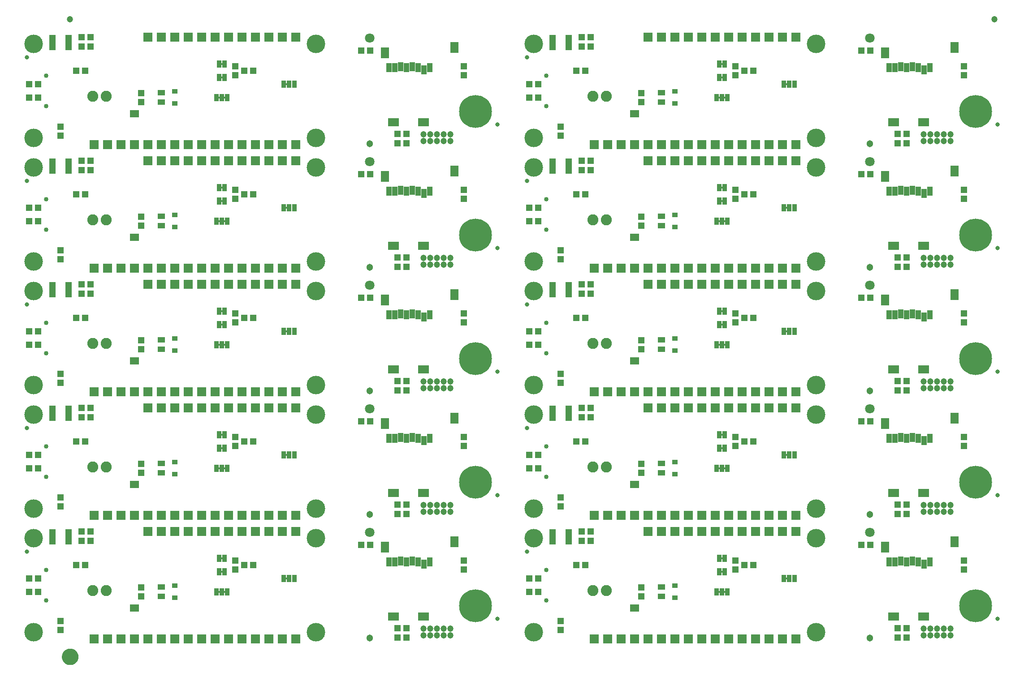
<source format=gbs>
G04 EAGLE Gerber RS-274X export*
G75*
%MOMM*%
%FSLAX34Y34*%
%LPD*%
%INSoldermask Bottom*%
%IPPOS*%
%AMOC8*
5,1,8,0,0,1.08239X$1,22.5*%
G01*
%ADD10R,1.303200X1.203200*%
%ADD11R,1.727200X1.727200*%
%ADD12R,2.003200X1.603200*%
%ADD13R,1.603200X2.103200*%
%ADD14R,1.003200X1.703200*%
%ADD15C,1.303200*%
%ADD16C,1.803200*%
%ADD17R,0.863600X1.473200*%
%ADD18R,1.203200X1.303200*%
%ADD19C,3.505200*%
%ADD20C,6.203200*%
%ADD21R,1.033200X0.833200*%
%ADD22R,0.838200X1.473200*%
%ADD23C,0.853200*%
%ADD24C,1.203200*%
%ADD25C,0.838200*%
%ADD26R,1.203200X3.003200*%
%ADD27R,1.403200X1.003200*%
%ADD28C,2.082800*%
%ADD29C,1.270000*%
%ADD30C,1.703200*%

G36*
X1322770Y1034427D02*
X1322770Y1034427D01*
X1322836Y1034429D01*
X1322879Y1034447D01*
X1322926Y1034455D01*
X1322983Y1034489D01*
X1323043Y1034514D01*
X1323078Y1034545D01*
X1323119Y1034570D01*
X1323161Y1034621D01*
X1323209Y1034665D01*
X1323231Y1034707D01*
X1323260Y1034744D01*
X1323281Y1034806D01*
X1323312Y1034865D01*
X1323320Y1034919D01*
X1323332Y1034956D01*
X1323331Y1034996D01*
X1323339Y1035050D01*
X1323339Y1037590D01*
X1323328Y1037655D01*
X1323326Y1037721D01*
X1323308Y1037764D01*
X1323300Y1037811D01*
X1323266Y1037868D01*
X1323241Y1037928D01*
X1323210Y1037963D01*
X1323185Y1038004D01*
X1323134Y1038046D01*
X1323090Y1038094D01*
X1323048Y1038116D01*
X1323011Y1038145D01*
X1322949Y1038166D01*
X1322890Y1038197D01*
X1322836Y1038205D01*
X1322799Y1038217D01*
X1322759Y1038216D01*
X1322705Y1038224D01*
X1318895Y1038224D01*
X1318830Y1038213D01*
X1318764Y1038211D01*
X1318721Y1038193D01*
X1318674Y1038185D01*
X1318617Y1038151D01*
X1318557Y1038126D01*
X1318522Y1038095D01*
X1318481Y1038070D01*
X1318440Y1038019D01*
X1318391Y1037975D01*
X1318369Y1037933D01*
X1318340Y1037896D01*
X1318319Y1037834D01*
X1318288Y1037775D01*
X1318280Y1037721D01*
X1318268Y1037684D01*
X1318268Y1037681D01*
X1318269Y1037644D01*
X1318261Y1037590D01*
X1318261Y1035050D01*
X1318272Y1034985D01*
X1318274Y1034919D01*
X1318292Y1034876D01*
X1318300Y1034829D01*
X1318334Y1034772D01*
X1318359Y1034712D01*
X1318390Y1034677D01*
X1318415Y1034636D01*
X1318466Y1034595D01*
X1318510Y1034546D01*
X1318552Y1034524D01*
X1318589Y1034495D01*
X1318651Y1034474D01*
X1318710Y1034443D01*
X1318764Y1034435D01*
X1318801Y1034423D01*
X1318841Y1034424D01*
X1318895Y1034416D01*
X1322705Y1034416D01*
X1322770Y1034427D01*
G37*
G36*
X1322770Y800747D02*
X1322770Y800747D01*
X1322836Y800749D01*
X1322879Y800767D01*
X1322926Y800775D01*
X1322983Y800809D01*
X1323043Y800834D01*
X1323078Y800865D01*
X1323119Y800890D01*
X1323161Y800941D01*
X1323209Y800985D01*
X1323231Y801027D01*
X1323260Y801064D01*
X1323281Y801126D01*
X1323312Y801185D01*
X1323320Y801239D01*
X1323332Y801276D01*
X1323331Y801316D01*
X1323339Y801370D01*
X1323339Y803910D01*
X1323328Y803975D01*
X1323326Y804041D01*
X1323308Y804084D01*
X1323300Y804131D01*
X1323266Y804188D01*
X1323241Y804248D01*
X1323210Y804283D01*
X1323185Y804324D01*
X1323134Y804366D01*
X1323090Y804414D01*
X1323048Y804436D01*
X1323011Y804465D01*
X1322949Y804486D01*
X1322890Y804517D01*
X1322836Y804525D01*
X1322799Y804537D01*
X1322759Y804536D01*
X1322705Y804544D01*
X1318895Y804544D01*
X1318830Y804533D01*
X1318764Y804531D01*
X1318721Y804513D01*
X1318674Y804505D01*
X1318617Y804471D01*
X1318557Y804446D01*
X1318522Y804415D01*
X1318481Y804390D01*
X1318440Y804339D01*
X1318391Y804295D01*
X1318369Y804253D01*
X1318340Y804216D01*
X1318319Y804154D01*
X1318288Y804095D01*
X1318280Y804041D01*
X1318268Y804004D01*
X1318268Y804001D01*
X1318269Y803964D01*
X1318261Y803910D01*
X1318261Y801370D01*
X1318272Y801305D01*
X1318274Y801239D01*
X1318292Y801196D01*
X1318300Y801149D01*
X1318334Y801092D01*
X1318359Y801032D01*
X1318390Y800997D01*
X1318415Y800956D01*
X1318466Y800915D01*
X1318510Y800866D01*
X1318552Y800844D01*
X1318589Y800815D01*
X1318651Y800794D01*
X1318710Y800763D01*
X1318764Y800755D01*
X1318801Y800743D01*
X1318841Y800744D01*
X1318895Y800736D01*
X1322705Y800736D01*
X1322770Y800747D01*
G37*
G36*
X377890Y800747D02*
X377890Y800747D01*
X377956Y800749D01*
X377999Y800767D01*
X378046Y800775D01*
X378103Y800809D01*
X378163Y800834D01*
X378198Y800865D01*
X378239Y800890D01*
X378281Y800941D01*
X378329Y800985D01*
X378351Y801027D01*
X378380Y801064D01*
X378401Y801126D01*
X378432Y801185D01*
X378440Y801239D01*
X378452Y801276D01*
X378451Y801316D01*
X378459Y801370D01*
X378459Y803910D01*
X378448Y803975D01*
X378446Y804041D01*
X378428Y804084D01*
X378420Y804131D01*
X378386Y804188D01*
X378361Y804248D01*
X378330Y804283D01*
X378305Y804324D01*
X378254Y804366D01*
X378210Y804414D01*
X378168Y804436D01*
X378131Y804465D01*
X378069Y804486D01*
X378010Y804517D01*
X377956Y804525D01*
X377919Y804537D01*
X377879Y804536D01*
X377825Y804544D01*
X374015Y804544D01*
X373950Y804533D01*
X373884Y804531D01*
X373841Y804513D01*
X373794Y804505D01*
X373737Y804471D01*
X373677Y804446D01*
X373642Y804415D01*
X373601Y804390D01*
X373560Y804339D01*
X373511Y804295D01*
X373489Y804253D01*
X373460Y804216D01*
X373439Y804154D01*
X373408Y804095D01*
X373400Y804041D01*
X373388Y804004D01*
X373388Y804001D01*
X373389Y803964D01*
X373381Y803910D01*
X373381Y801370D01*
X373392Y801305D01*
X373394Y801239D01*
X373412Y801196D01*
X373420Y801149D01*
X373454Y801092D01*
X373479Y801032D01*
X373510Y800997D01*
X373535Y800956D01*
X373586Y800915D01*
X373630Y800866D01*
X373672Y800844D01*
X373709Y800815D01*
X373771Y800794D01*
X373830Y800763D01*
X373884Y800755D01*
X373921Y800743D01*
X373961Y800744D01*
X374015Y800736D01*
X377825Y800736D01*
X377890Y800747D01*
G37*
G36*
X388050Y800747D02*
X388050Y800747D01*
X388116Y800749D01*
X388159Y800767D01*
X388206Y800775D01*
X388263Y800809D01*
X388323Y800834D01*
X388358Y800865D01*
X388399Y800890D01*
X388441Y800941D01*
X388489Y800985D01*
X388511Y801027D01*
X388540Y801064D01*
X388561Y801126D01*
X388592Y801185D01*
X388600Y801239D01*
X388612Y801276D01*
X388611Y801316D01*
X388619Y801370D01*
X388619Y803910D01*
X388608Y803975D01*
X388606Y804041D01*
X388588Y804084D01*
X388580Y804131D01*
X388546Y804188D01*
X388521Y804248D01*
X388490Y804283D01*
X388465Y804324D01*
X388414Y804366D01*
X388370Y804414D01*
X388328Y804436D01*
X388291Y804465D01*
X388229Y804486D01*
X388170Y804517D01*
X388116Y804525D01*
X388079Y804537D01*
X388039Y804536D01*
X387985Y804544D01*
X384175Y804544D01*
X384110Y804533D01*
X384044Y804531D01*
X384001Y804513D01*
X383954Y804505D01*
X383897Y804471D01*
X383837Y804446D01*
X383802Y804415D01*
X383761Y804390D01*
X383720Y804339D01*
X383671Y804295D01*
X383649Y804253D01*
X383620Y804216D01*
X383599Y804154D01*
X383568Y804095D01*
X383560Y804041D01*
X383548Y804004D01*
X383548Y804001D01*
X383549Y803964D01*
X383541Y803910D01*
X383541Y801370D01*
X383552Y801305D01*
X383554Y801239D01*
X383572Y801196D01*
X383580Y801149D01*
X383614Y801092D01*
X383639Y801032D01*
X383670Y800997D01*
X383695Y800956D01*
X383746Y800915D01*
X383790Y800866D01*
X383832Y800844D01*
X383869Y800815D01*
X383931Y800794D01*
X383990Y800763D01*
X384044Y800755D01*
X384081Y800743D01*
X384121Y800744D01*
X384175Y800736D01*
X387985Y800736D01*
X388050Y800747D01*
G37*
G36*
X1332930Y800747D02*
X1332930Y800747D01*
X1332996Y800749D01*
X1333039Y800767D01*
X1333086Y800775D01*
X1333143Y800809D01*
X1333203Y800834D01*
X1333238Y800865D01*
X1333279Y800890D01*
X1333321Y800941D01*
X1333369Y800985D01*
X1333391Y801027D01*
X1333420Y801064D01*
X1333441Y801126D01*
X1333472Y801185D01*
X1333480Y801239D01*
X1333492Y801276D01*
X1333491Y801316D01*
X1333499Y801370D01*
X1333499Y803910D01*
X1333488Y803975D01*
X1333486Y804041D01*
X1333468Y804084D01*
X1333460Y804131D01*
X1333426Y804188D01*
X1333401Y804248D01*
X1333370Y804283D01*
X1333345Y804324D01*
X1333294Y804366D01*
X1333250Y804414D01*
X1333208Y804436D01*
X1333171Y804465D01*
X1333109Y804486D01*
X1333050Y804517D01*
X1332996Y804525D01*
X1332959Y804537D01*
X1332919Y804536D01*
X1332865Y804544D01*
X1329055Y804544D01*
X1328990Y804533D01*
X1328924Y804531D01*
X1328881Y804513D01*
X1328834Y804505D01*
X1328777Y804471D01*
X1328717Y804446D01*
X1328682Y804415D01*
X1328641Y804390D01*
X1328600Y804339D01*
X1328551Y804295D01*
X1328529Y804253D01*
X1328500Y804216D01*
X1328479Y804154D01*
X1328448Y804095D01*
X1328440Y804041D01*
X1328428Y804004D01*
X1328428Y804001D01*
X1328429Y803964D01*
X1328421Y803910D01*
X1328421Y801370D01*
X1328432Y801305D01*
X1328434Y801239D01*
X1328452Y801196D01*
X1328460Y801149D01*
X1328494Y801092D01*
X1328519Y801032D01*
X1328550Y800997D01*
X1328575Y800956D01*
X1328626Y800915D01*
X1328670Y800866D01*
X1328712Y800844D01*
X1328749Y800815D01*
X1328811Y800794D01*
X1328870Y800763D01*
X1328924Y800755D01*
X1328961Y800743D01*
X1329001Y800744D01*
X1329055Y800736D01*
X1332865Y800736D01*
X1332930Y800747D01*
G37*
G36*
X504890Y826147D02*
X504890Y826147D01*
X504956Y826149D01*
X504999Y826167D01*
X505046Y826175D01*
X505103Y826209D01*
X505163Y826234D01*
X505198Y826265D01*
X505239Y826290D01*
X505281Y826341D01*
X505329Y826385D01*
X505351Y826427D01*
X505380Y826464D01*
X505401Y826526D01*
X505432Y826585D01*
X505440Y826639D01*
X505452Y826676D01*
X505451Y826716D01*
X505459Y826770D01*
X505459Y829310D01*
X505448Y829375D01*
X505446Y829441D01*
X505428Y829484D01*
X505420Y829531D01*
X505386Y829588D01*
X505361Y829648D01*
X505330Y829683D01*
X505305Y829724D01*
X505254Y829766D01*
X505210Y829814D01*
X505168Y829836D01*
X505131Y829865D01*
X505069Y829886D01*
X505010Y829917D01*
X504956Y829925D01*
X504919Y829937D01*
X504879Y829936D01*
X504825Y829944D01*
X501015Y829944D01*
X500950Y829933D01*
X500884Y829931D01*
X500841Y829913D01*
X500794Y829905D01*
X500737Y829871D01*
X500677Y829846D01*
X500642Y829815D01*
X500601Y829790D01*
X500560Y829739D01*
X500511Y829695D01*
X500489Y829653D01*
X500460Y829616D01*
X500439Y829554D01*
X500408Y829495D01*
X500400Y829441D01*
X500388Y829404D01*
X500388Y829401D01*
X500389Y829364D01*
X500381Y829310D01*
X500381Y826770D01*
X500392Y826705D01*
X500394Y826639D01*
X500412Y826596D01*
X500420Y826549D01*
X500454Y826492D01*
X500479Y826432D01*
X500510Y826397D01*
X500535Y826356D01*
X500586Y826315D01*
X500630Y826266D01*
X500672Y826244D01*
X500709Y826215D01*
X500771Y826194D01*
X500830Y826163D01*
X500884Y826155D01*
X500921Y826143D01*
X500961Y826144D01*
X501015Y826136D01*
X504825Y826136D01*
X504890Y826147D01*
G37*
G36*
X1449770Y826147D02*
X1449770Y826147D01*
X1449836Y826149D01*
X1449879Y826167D01*
X1449926Y826175D01*
X1449983Y826209D01*
X1450043Y826234D01*
X1450078Y826265D01*
X1450119Y826290D01*
X1450161Y826341D01*
X1450209Y826385D01*
X1450231Y826427D01*
X1450260Y826464D01*
X1450281Y826526D01*
X1450312Y826585D01*
X1450320Y826639D01*
X1450332Y826676D01*
X1450331Y826716D01*
X1450339Y826770D01*
X1450339Y829310D01*
X1450328Y829375D01*
X1450326Y829441D01*
X1450308Y829484D01*
X1450300Y829531D01*
X1450266Y829588D01*
X1450241Y829648D01*
X1450210Y829683D01*
X1450185Y829724D01*
X1450134Y829766D01*
X1450090Y829814D01*
X1450048Y829836D01*
X1450011Y829865D01*
X1449949Y829886D01*
X1449890Y829917D01*
X1449836Y829925D01*
X1449799Y829937D01*
X1449759Y829936D01*
X1449705Y829944D01*
X1445895Y829944D01*
X1445830Y829933D01*
X1445764Y829931D01*
X1445721Y829913D01*
X1445674Y829905D01*
X1445617Y829871D01*
X1445557Y829846D01*
X1445522Y829815D01*
X1445481Y829790D01*
X1445440Y829739D01*
X1445391Y829695D01*
X1445369Y829653D01*
X1445340Y829616D01*
X1445319Y829554D01*
X1445288Y829495D01*
X1445280Y829441D01*
X1445268Y829404D01*
X1445268Y829401D01*
X1445269Y829364D01*
X1445261Y829310D01*
X1445261Y826770D01*
X1445272Y826705D01*
X1445274Y826639D01*
X1445292Y826596D01*
X1445300Y826549D01*
X1445334Y826492D01*
X1445359Y826432D01*
X1445390Y826397D01*
X1445415Y826356D01*
X1445466Y826315D01*
X1445510Y826266D01*
X1445552Y826244D01*
X1445589Y826215D01*
X1445651Y826194D01*
X1445710Y826163D01*
X1445764Y826155D01*
X1445801Y826143D01*
X1445841Y826144D01*
X1445895Y826136D01*
X1449705Y826136D01*
X1449770Y826147D01*
G37*
G36*
X377890Y1034427D02*
X377890Y1034427D01*
X377956Y1034429D01*
X377999Y1034447D01*
X378046Y1034455D01*
X378103Y1034489D01*
X378163Y1034514D01*
X378198Y1034545D01*
X378239Y1034570D01*
X378281Y1034621D01*
X378329Y1034665D01*
X378351Y1034707D01*
X378380Y1034744D01*
X378401Y1034806D01*
X378432Y1034865D01*
X378440Y1034919D01*
X378452Y1034956D01*
X378451Y1034996D01*
X378459Y1035050D01*
X378459Y1037590D01*
X378448Y1037655D01*
X378446Y1037721D01*
X378428Y1037764D01*
X378420Y1037811D01*
X378386Y1037868D01*
X378361Y1037928D01*
X378330Y1037963D01*
X378305Y1038004D01*
X378254Y1038046D01*
X378210Y1038094D01*
X378168Y1038116D01*
X378131Y1038145D01*
X378069Y1038166D01*
X378010Y1038197D01*
X377956Y1038205D01*
X377919Y1038217D01*
X377879Y1038216D01*
X377825Y1038224D01*
X374015Y1038224D01*
X373950Y1038213D01*
X373884Y1038211D01*
X373841Y1038193D01*
X373794Y1038185D01*
X373737Y1038151D01*
X373677Y1038126D01*
X373642Y1038095D01*
X373601Y1038070D01*
X373560Y1038019D01*
X373511Y1037975D01*
X373489Y1037933D01*
X373460Y1037896D01*
X373439Y1037834D01*
X373408Y1037775D01*
X373400Y1037721D01*
X373388Y1037684D01*
X373388Y1037681D01*
X373389Y1037644D01*
X373381Y1037590D01*
X373381Y1035050D01*
X373392Y1034985D01*
X373394Y1034919D01*
X373412Y1034876D01*
X373420Y1034829D01*
X373454Y1034772D01*
X373479Y1034712D01*
X373510Y1034677D01*
X373535Y1034636D01*
X373586Y1034595D01*
X373630Y1034546D01*
X373672Y1034524D01*
X373709Y1034495D01*
X373771Y1034474D01*
X373830Y1034443D01*
X373884Y1034435D01*
X373921Y1034423D01*
X373961Y1034424D01*
X374015Y1034416D01*
X377825Y1034416D01*
X377890Y1034427D01*
G37*
G36*
X1332930Y1034427D02*
X1332930Y1034427D01*
X1332996Y1034429D01*
X1333039Y1034447D01*
X1333086Y1034455D01*
X1333143Y1034489D01*
X1333203Y1034514D01*
X1333238Y1034545D01*
X1333279Y1034570D01*
X1333321Y1034621D01*
X1333369Y1034665D01*
X1333391Y1034707D01*
X1333420Y1034744D01*
X1333441Y1034806D01*
X1333472Y1034865D01*
X1333480Y1034919D01*
X1333492Y1034956D01*
X1333491Y1034996D01*
X1333499Y1035050D01*
X1333499Y1037590D01*
X1333488Y1037655D01*
X1333486Y1037721D01*
X1333468Y1037764D01*
X1333460Y1037811D01*
X1333426Y1037868D01*
X1333401Y1037928D01*
X1333370Y1037963D01*
X1333345Y1038004D01*
X1333294Y1038046D01*
X1333250Y1038094D01*
X1333208Y1038116D01*
X1333171Y1038145D01*
X1333109Y1038166D01*
X1333050Y1038197D01*
X1332996Y1038205D01*
X1332959Y1038217D01*
X1332919Y1038216D01*
X1332865Y1038224D01*
X1329055Y1038224D01*
X1328990Y1038213D01*
X1328924Y1038211D01*
X1328881Y1038193D01*
X1328834Y1038185D01*
X1328777Y1038151D01*
X1328717Y1038126D01*
X1328682Y1038095D01*
X1328641Y1038070D01*
X1328600Y1038019D01*
X1328551Y1037975D01*
X1328529Y1037933D01*
X1328500Y1037896D01*
X1328479Y1037834D01*
X1328448Y1037775D01*
X1328440Y1037721D01*
X1328428Y1037684D01*
X1328428Y1037681D01*
X1328429Y1037644D01*
X1328421Y1037590D01*
X1328421Y1035050D01*
X1328432Y1034985D01*
X1328434Y1034919D01*
X1328452Y1034876D01*
X1328460Y1034829D01*
X1328494Y1034772D01*
X1328519Y1034712D01*
X1328550Y1034677D01*
X1328575Y1034636D01*
X1328626Y1034595D01*
X1328670Y1034546D01*
X1328712Y1034524D01*
X1328749Y1034495D01*
X1328811Y1034474D01*
X1328870Y1034443D01*
X1328924Y1034435D01*
X1328961Y1034423D01*
X1329001Y1034424D01*
X1329055Y1034416D01*
X1332865Y1034416D01*
X1332930Y1034427D01*
G37*
G36*
X388050Y1034427D02*
X388050Y1034427D01*
X388116Y1034429D01*
X388159Y1034447D01*
X388206Y1034455D01*
X388263Y1034489D01*
X388323Y1034514D01*
X388358Y1034545D01*
X388399Y1034570D01*
X388441Y1034621D01*
X388489Y1034665D01*
X388511Y1034707D01*
X388540Y1034744D01*
X388561Y1034806D01*
X388592Y1034865D01*
X388600Y1034919D01*
X388612Y1034956D01*
X388611Y1034996D01*
X388619Y1035050D01*
X388619Y1037590D01*
X388608Y1037655D01*
X388606Y1037721D01*
X388588Y1037764D01*
X388580Y1037811D01*
X388546Y1037868D01*
X388521Y1037928D01*
X388490Y1037963D01*
X388465Y1038004D01*
X388414Y1038046D01*
X388370Y1038094D01*
X388328Y1038116D01*
X388291Y1038145D01*
X388229Y1038166D01*
X388170Y1038197D01*
X388116Y1038205D01*
X388079Y1038217D01*
X388039Y1038216D01*
X387985Y1038224D01*
X384175Y1038224D01*
X384110Y1038213D01*
X384044Y1038211D01*
X384001Y1038193D01*
X383954Y1038185D01*
X383897Y1038151D01*
X383837Y1038126D01*
X383802Y1038095D01*
X383761Y1038070D01*
X383720Y1038019D01*
X383671Y1037975D01*
X383649Y1037933D01*
X383620Y1037896D01*
X383599Y1037834D01*
X383568Y1037775D01*
X383560Y1037721D01*
X383548Y1037684D01*
X383548Y1037681D01*
X383549Y1037644D01*
X383541Y1037590D01*
X383541Y1035050D01*
X383552Y1034985D01*
X383554Y1034919D01*
X383572Y1034876D01*
X383580Y1034829D01*
X383614Y1034772D01*
X383639Y1034712D01*
X383670Y1034677D01*
X383695Y1034636D01*
X383746Y1034595D01*
X383790Y1034546D01*
X383832Y1034524D01*
X383869Y1034495D01*
X383931Y1034474D01*
X383990Y1034443D01*
X384044Y1034435D01*
X384081Y1034423D01*
X384121Y1034424D01*
X384175Y1034416D01*
X387985Y1034416D01*
X388050Y1034427D01*
G37*
G36*
X1322770Y333387D02*
X1322770Y333387D01*
X1322836Y333389D01*
X1322879Y333407D01*
X1322926Y333415D01*
X1322983Y333449D01*
X1323043Y333474D01*
X1323078Y333505D01*
X1323119Y333530D01*
X1323161Y333581D01*
X1323209Y333625D01*
X1323231Y333667D01*
X1323260Y333704D01*
X1323281Y333766D01*
X1323312Y333825D01*
X1323320Y333879D01*
X1323332Y333916D01*
X1323331Y333956D01*
X1323339Y334010D01*
X1323339Y336550D01*
X1323328Y336615D01*
X1323326Y336681D01*
X1323308Y336724D01*
X1323300Y336771D01*
X1323266Y336828D01*
X1323241Y336888D01*
X1323210Y336923D01*
X1323185Y336964D01*
X1323134Y337006D01*
X1323090Y337054D01*
X1323048Y337076D01*
X1323011Y337105D01*
X1322949Y337126D01*
X1322890Y337157D01*
X1322836Y337165D01*
X1322799Y337177D01*
X1322759Y337176D01*
X1322705Y337184D01*
X1318895Y337184D01*
X1318830Y337173D01*
X1318764Y337171D01*
X1318721Y337153D01*
X1318674Y337145D01*
X1318617Y337111D01*
X1318557Y337086D01*
X1318522Y337055D01*
X1318481Y337030D01*
X1318440Y336979D01*
X1318391Y336935D01*
X1318369Y336893D01*
X1318340Y336856D01*
X1318319Y336794D01*
X1318288Y336735D01*
X1318280Y336681D01*
X1318268Y336644D01*
X1318268Y336641D01*
X1318269Y336604D01*
X1318261Y336550D01*
X1318261Y334010D01*
X1318272Y333945D01*
X1318274Y333879D01*
X1318292Y333836D01*
X1318300Y333789D01*
X1318334Y333732D01*
X1318359Y333672D01*
X1318390Y333637D01*
X1318415Y333596D01*
X1318466Y333555D01*
X1318510Y333506D01*
X1318552Y333484D01*
X1318589Y333455D01*
X1318651Y333434D01*
X1318710Y333403D01*
X1318764Y333395D01*
X1318801Y333383D01*
X1318841Y333384D01*
X1318895Y333376D01*
X1322705Y333376D01*
X1322770Y333387D01*
G37*
G36*
X388050Y333387D02*
X388050Y333387D01*
X388116Y333389D01*
X388159Y333407D01*
X388206Y333415D01*
X388263Y333449D01*
X388323Y333474D01*
X388358Y333505D01*
X388399Y333530D01*
X388441Y333581D01*
X388489Y333625D01*
X388511Y333667D01*
X388540Y333704D01*
X388561Y333766D01*
X388592Y333825D01*
X388600Y333879D01*
X388612Y333916D01*
X388611Y333956D01*
X388619Y334010D01*
X388619Y336550D01*
X388608Y336615D01*
X388606Y336681D01*
X388588Y336724D01*
X388580Y336771D01*
X388546Y336828D01*
X388521Y336888D01*
X388490Y336923D01*
X388465Y336964D01*
X388414Y337006D01*
X388370Y337054D01*
X388328Y337076D01*
X388291Y337105D01*
X388229Y337126D01*
X388170Y337157D01*
X388116Y337165D01*
X388079Y337177D01*
X388039Y337176D01*
X387985Y337184D01*
X384175Y337184D01*
X384110Y337173D01*
X384044Y337171D01*
X384001Y337153D01*
X383954Y337145D01*
X383897Y337111D01*
X383837Y337086D01*
X383802Y337055D01*
X383761Y337030D01*
X383720Y336979D01*
X383671Y336935D01*
X383649Y336893D01*
X383620Y336856D01*
X383599Y336794D01*
X383568Y336735D01*
X383560Y336681D01*
X383548Y336644D01*
X383548Y336641D01*
X383549Y336604D01*
X383541Y336550D01*
X383541Y334010D01*
X383552Y333945D01*
X383554Y333879D01*
X383572Y333836D01*
X383580Y333789D01*
X383614Y333732D01*
X383639Y333672D01*
X383670Y333637D01*
X383695Y333596D01*
X383746Y333555D01*
X383790Y333506D01*
X383832Y333484D01*
X383869Y333455D01*
X383931Y333434D01*
X383990Y333403D01*
X384044Y333395D01*
X384081Y333383D01*
X384121Y333384D01*
X384175Y333376D01*
X387985Y333376D01*
X388050Y333387D01*
G37*
G36*
X377890Y333387D02*
X377890Y333387D01*
X377956Y333389D01*
X377999Y333407D01*
X378046Y333415D01*
X378103Y333449D01*
X378163Y333474D01*
X378198Y333505D01*
X378239Y333530D01*
X378281Y333581D01*
X378329Y333625D01*
X378351Y333667D01*
X378380Y333704D01*
X378401Y333766D01*
X378432Y333825D01*
X378440Y333879D01*
X378452Y333916D01*
X378451Y333956D01*
X378459Y334010D01*
X378459Y336550D01*
X378448Y336615D01*
X378446Y336681D01*
X378428Y336724D01*
X378420Y336771D01*
X378386Y336828D01*
X378361Y336888D01*
X378330Y336923D01*
X378305Y336964D01*
X378254Y337006D01*
X378210Y337054D01*
X378168Y337076D01*
X378131Y337105D01*
X378069Y337126D01*
X378010Y337157D01*
X377956Y337165D01*
X377919Y337177D01*
X377879Y337176D01*
X377825Y337184D01*
X374015Y337184D01*
X373950Y337173D01*
X373884Y337171D01*
X373841Y337153D01*
X373794Y337145D01*
X373737Y337111D01*
X373677Y337086D01*
X373642Y337055D01*
X373601Y337030D01*
X373560Y336979D01*
X373511Y336935D01*
X373489Y336893D01*
X373460Y336856D01*
X373439Y336794D01*
X373408Y336735D01*
X373400Y336681D01*
X373388Y336644D01*
X373388Y336641D01*
X373389Y336604D01*
X373381Y336550D01*
X373381Y334010D01*
X373392Y333945D01*
X373394Y333879D01*
X373412Y333836D01*
X373420Y333789D01*
X373454Y333732D01*
X373479Y333672D01*
X373510Y333637D01*
X373535Y333596D01*
X373586Y333555D01*
X373630Y333506D01*
X373672Y333484D01*
X373709Y333455D01*
X373771Y333434D01*
X373830Y333403D01*
X373884Y333395D01*
X373921Y333383D01*
X373961Y333384D01*
X374015Y333376D01*
X377825Y333376D01*
X377890Y333387D01*
G37*
G36*
X1332930Y333387D02*
X1332930Y333387D01*
X1332996Y333389D01*
X1333039Y333407D01*
X1333086Y333415D01*
X1333143Y333449D01*
X1333203Y333474D01*
X1333238Y333505D01*
X1333279Y333530D01*
X1333321Y333581D01*
X1333369Y333625D01*
X1333391Y333667D01*
X1333420Y333704D01*
X1333441Y333766D01*
X1333472Y333825D01*
X1333480Y333879D01*
X1333492Y333916D01*
X1333491Y333956D01*
X1333499Y334010D01*
X1333499Y336550D01*
X1333488Y336615D01*
X1333486Y336681D01*
X1333468Y336724D01*
X1333460Y336771D01*
X1333426Y336828D01*
X1333401Y336888D01*
X1333370Y336923D01*
X1333345Y336964D01*
X1333294Y337006D01*
X1333250Y337054D01*
X1333208Y337076D01*
X1333171Y337105D01*
X1333109Y337126D01*
X1333050Y337157D01*
X1332996Y337165D01*
X1332959Y337177D01*
X1332919Y337176D01*
X1332865Y337184D01*
X1329055Y337184D01*
X1328990Y337173D01*
X1328924Y337171D01*
X1328881Y337153D01*
X1328834Y337145D01*
X1328777Y337111D01*
X1328717Y337086D01*
X1328682Y337055D01*
X1328641Y337030D01*
X1328600Y336979D01*
X1328551Y336935D01*
X1328529Y336893D01*
X1328500Y336856D01*
X1328479Y336794D01*
X1328448Y336735D01*
X1328440Y336681D01*
X1328428Y336644D01*
X1328428Y336641D01*
X1328429Y336604D01*
X1328421Y336550D01*
X1328421Y334010D01*
X1328432Y333945D01*
X1328434Y333879D01*
X1328452Y333836D01*
X1328460Y333789D01*
X1328494Y333732D01*
X1328519Y333672D01*
X1328550Y333637D01*
X1328575Y333596D01*
X1328626Y333555D01*
X1328670Y333506D01*
X1328712Y333484D01*
X1328749Y333455D01*
X1328811Y333434D01*
X1328870Y333403D01*
X1328924Y333395D01*
X1328961Y333383D01*
X1329001Y333384D01*
X1329055Y333376D01*
X1332865Y333376D01*
X1332930Y333387D01*
G37*
G36*
X1449770Y1059827D02*
X1449770Y1059827D01*
X1449836Y1059829D01*
X1449879Y1059847D01*
X1449926Y1059855D01*
X1449983Y1059889D01*
X1450043Y1059914D01*
X1450078Y1059945D01*
X1450119Y1059970D01*
X1450161Y1060021D01*
X1450209Y1060065D01*
X1450231Y1060107D01*
X1450260Y1060144D01*
X1450281Y1060206D01*
X1450312Y1060265D01*
X1450320Y1060319D01*
X1450332Y1060356D01*
X1450331Y1060396D01*
X1450339Y1060450D01*
X1450339Y1062990D01*
X1450328Y1063055D01*
X1450326Y1063121D01*
X1450308Y1063164D01*
X1450300Y1063211D01*
X1450266Y1063268D01*
X1450241Y1063328D01*
X1450210Y1063363D01*
X1450185Y1063404D01*
X1450134Y1063446D01*
X1450090Y1063494D01*
X1450048Y1063516D01*
X1450011Y1063545D01*
X1449949Y1063566D01*
X1449890Y1063597D01*
X1449836Y1063605D01*
X1449799Y1063617D01*
X1449759Y1063616D01*
X1449705Y1063624D01*
X1445895Y1063624D01*
X1445830Y1063613D01*
X1445764Y1063611D01*
X1445721Y1063593D01*
X1445674Y1063585D01*
X1445617Y1063551D01*
X1445557Y1063526D01*
X1445522Y1063495D01*
X1445481Y1063470D01*
X1445440Y1063419D01*
X1445391Y1063375D01*
X1445369Y1063333D01*
X1445340Y1063296D01*
X1445319Y1063234D01*
X1445288Y1063175D01*
X1445280Y1063121D01*
X1445268Y1063084D01*
X1445268Y1063081D01*
X1445269Y1063044D01*
X1445261Y1062990D01*
X1445261Y1060450D01*
X1445272Y1060385D01*
X1445274Y1060319D01*
X1445292Y1060276D01*
X1445300Y1060229D01*
X1445334Y1060172D01*
X1445359Y1060112D01*
X1445390Y1060077D01*
X1445415Y1060036D01*
X1445466Y1059995D01*
X1445510Y1059946D01*
X1445552Y1059924D01*
X1445589Y1059895D01*
X1445651Y1059874D01*
X1445710Y1059843D01*
X1445764Y1059835D01*
X1445801Y1059823D01*
X1445841Y1059824D01*
X1445895Y1059816D01*
X1449705Y1059816D01*
X1449770Y1059827D01*
G37*
G36*
X1327850Y1097927D02*
X1327850Y1097927D01*
X1327916Y1097929D01*
X1327959Y1097947D01*
X1328006Y1097955D01*
X1328063Y1097989D01*
X1328123Y1098014D01*
X1328158Y1098045D01*
X1328199Y1098070D01*
X1328241Y1098121D01*
X1328289Y1098165D01*
X1328311Y1098207D01*
X1328340Y1098244D01*
X1328361Y1098306D01*
X1328392Y1098365D01*
X1328400Y1098419D01*
X1328412Y1098456D01*
X1328411Y1098496D01*
X1328419Y1098550D01*
X1328419Y1101090D01*
X1328408Y1101155D01*
X1328406Y1101221D01*
X1328388Y1101264D01*
X1328380Y1101311D01*
X1328346Y1101368D01*
X1328321Y1101428D01*
X1328290Y1101463D01*
X1328265Y1101504D01*
X1328214Y1101546D01*
X1328170Y1101594D01*
X1328128Y1101616D01*
X1328091Y1101645D01*
X1328029Y1101666D01*
X1327970Y1101697D01*
X1327916Y1101705D01*
X1327879Y1101717D01*
X1327839Y1101716D01*
X1327785Y1101724D01*
X1323975Y1101724D01*
X1323910Y1101713D01*
X1323844Y1101711D01*
X1323801Y1101693D01*
X1323754Y1101685D01*
X1323697Y1101651D01*
X1323637Y1101626D01*
X1323602Y1101595D01*
X1323561Y1101570D01*
X1323520Y1101519D01*
X1323471Y1101475D01*
X1323449Y1101433D01*
X1323420Y1101396D01*
X1323399Y1101334D01*
X1323368Y1101275D01*
X1323360Y1101221D01*
X1323348Y1101184D01*
X1323348Y1101181D01*
X1323349Y1101144D01*
X1323341Y1101090D01*
X1323341Y1098550D01*
X1323352Y1098485D01*
X1323354Y1098419D01*
X1323372Y1098376D01*
X1323380Y1098329D01*
X1323414Y1098272D01*
X1323439Y1098212D01*
X1323470Y1098177D01*
X1323495Y1098136D01*
X1323546Y1098095D01*
X1323590Y1098046D01*
X1323632Y1098024D01*
X1323669Y1097995D01*
X1323731Y1097974D01*
X1323790Y1097943D01*
X1323844Y1097935D01*
X1323881Y1097923D01*
X1323921Y1097924D01*
X1323975Y1097916D01*
X1327785Y1097916D01*
X1327850Y1097927D01*
G37*
G36*
X382970Y864247D02*
X382970Y864247D01*
X383036Y864249D01*
X383079Y864267D01*
X383126Y864275D01*
X383183Y864309D01*
X383243Y864334D01*
X383278Y864365D01*
X383319Y864390D01*
X383361Y864441D01*
X383409Y864485D01*
X383431Y864527D01*
X383460Y864564D01*
X383481Y864626D01*
X383512Y864685D01*
X383520Y864739D01*
X383532Y864776D01*
X383531Y864816D01*
X383539Y864870D01*
X383539Y867410D01*
X383528Y867475D01*
X383526Y867541D01*
X383508Y867584D01*
X383500Y867631D01*
X383466Y867688D01*
X383441Y867748D01*
X383410Y867783D01*
X383385Y867824D01*
X383334Y867866D01*
X383290Y867914D01*
X383248Y867936D01*
X383211Y867965D01*
X383149Y867986D01*
X383090Y868017D01*
X383036Y868025D01*
X382999Y868037D01*
X382959Y868036D01*
X382905Y868044D01*
X379095Y868044D01*
X379030Y868033D01*
X378964Y868031D01*
X378921Y868013D01*
X378874Y868005D01*
X378817Y867971D01*
X378757Y867946D01*
X378722Y867915D01*
X378681Y867890D01*
X378640Y867839D01*
X378591Y867795D01*
X378569Y867753D01*
X378540Y867716D01*
X378519Y867654D01*
X378488Y867595D01*
X378480Y867541D01*
X378468Y867504D01*
X378468Y867501D01*
X378469Y867464D01*
X378461Y867410D01*
X378461Y864870D01*
X378472Y864805D01*
X378474Y864739D01*
X378492Y864696D01*
X378500Y864649D01*
X378534Y864592D01*
X378559Y864532D01*
X378590Y864497D01*
X378615Y864456D01*
X378666Y864415D01*
X378710Y864366D01*
X378752Y864344D01*
X378789Y864315D01*
X378851Y864294D01*
X378910Y864263D01*
X378964Y864255D01*
X379001Y864243D01*
X379041Y864244D01*
X379095Y864236D01*
X382905Y864236D01*
X382970Y864247D01*
G37*
G36*
X1327850Y864247D02*
X1327850Y864247D01*
X1327916Y864249D01*
X1327959Y864267D01*
X1328006Y864275D01*
X1328063Y864309D01*
X1328123Y864334D01*
X1328158Y864365D01*
X1328199Y864390D01*
X1328241Y864441D01*
X1328289Y864485D01*
X1328311Y864527D01*
X1328340Y864564D01*
X1328361Y864626D01*
X1328392Y864685D01*
X1328400Y864739D01*
X1328412Y864776D01*
X1328411Y864816D01*
X1328419Y864870D01*
X1328419Y867410D01*
X1328408Y867475D01*
X1328406Y867541D01*
X1328388Y867584D01*
X1328380Y867631D01*
X1328346Y867688D01*
X1328321Y867748D01*
X1328290Y867783D01*
X1328265Y867824D01*
X1328214Y867866D01*
X1328170Y867914D01*
X1328128Y867936D01*
X1328091Y867965D01*
X1328029Y867986D01*
X1327970Y868017D01*
X1327916Y868025D01*
X1327879Y868037D01*
X1327839Y868036D01*
X1327785Y868044D01*
X1323975Y868044D01*
X1323910Y868033D01*
X1323844Y868031D01*
X1323801Y868013D01*
X1323754Y868005D01*
X1323697Y867971D01*
X1323637Y867946D01*
X1323602Y867915D01*
X1323561Y867890D01*
X1323520Y867839D01*
X1323471Y867795D01*
X1323449Y867753D01*
X1323420Y867716D01*
X1323399Y867654D01*
X1323368Y867595D01*
X1323360Y867541D01*
X1323348Y867504D01*
X1323348Y867501D01*
X1323349Y867464D01*
X1323341Y867410D01*
X1323341Y864870D01*
X1323352Y864805D01*
X1323354Y864739D01*
X1323372Y864696D01*
X1323380Y864649D01*
X1323414Y864592D01*
X1323439Y864532D01*
X1323470Y864497D01*
X1323495Y864456D01*
X1323546Y864415D01*
X1323590Y864366D01*
X1323632Y864344D01*
X1323669Y864315D01*
X1323731Y864294D01*
X1323790Y864263D01*
X1323844Y864255D01*
X1323881Y864243D01*
X1323921Y864244D01*
X1323975Y864236D01*
X1327785Y864236D01*
X1327850Y864247D01*
G37*
G36*
X382970Y838847D02*
X382970Y838847D01*
X383036Y838849D01*
X383079Y838867D01*
X383126Y838875D01*
X383183Y838909D01*
X383243Y838934D01*
X383278Y838965D01*
X383319Y838990D01*
X383361Y839041D01*
X383409Y839085D01*
X383431Y839127D01*
X383460Y839164D01*
X383481Y839226D01*
X383512Y839285D01*
X383520Y839339D01*
X383532Y839376D01*
X383531Y839416D01*
X383539Y839470D01*
X383539Y842010D01*
X383528Y842075D01*
X383526Y842141D01*
X383508Y842184D01*
X383500Y842231D01*
X383466Y842288D01*
X383441Y842348D01*
X383410Y842383D01*
X383385Y842424D01*
X383334Y842466D01*
X383290Y842514D01*
X383248Y842536D01*
X383211Y842565D01*
X383149Y842586D01*
X383090Y842617D01*
X383036Y842625D01*
X382999Y842637D01*
X382959Y842636D01*
X382905Y842644D01*
X379095Y842644D01*
X379030Y842633D01*
X378964Y842631D01*
X378921Y842613D01*
X378874Y842605D01*
X378817Y842571D01*
X378757Y842546D01*
X378722Y842515D01*
X378681Y842490D01*
X378640Y842439D01*
X378591Y842395D01*
X378569Y842353D01*
X378540Y842316D01*
X378519Y842254D01*
X378488Y842195D01*
X378480Y842141D01*
X378468Y842104D01*
X378468Y842101D01*
X378469Y842064D01*
X378461Y842010D01*
X378461Y839470D01*
X378472Y839405D01*
X378474Y839339D01*
X378492Y839296D01*
X378500Y839249D01*
X378534Y839192D01*
X378559Y839132D01*
X378590Y839097D01*
X378615Y839056D01*
X378666Y839015D01*
X378710Y838966D01*
X378752Y838944D01*
X378789Y838915D01*
X378851Y838894D01*
X378910Y838863D01*
X378964Y838855D01*
X379001Y838843D01*
X379041Y838844D01*
X379095Y838836D01*
X382905Y838836D01*
X382970Y838847D01*
G37*
G36*
X1327850Y838847D02*
X1327850Y838847D01*
X1327916Y838849D01*
X1327959Y838867D01*
X1328006Y838875D01*
X1328063Y838909D01*
X1328123Y838934D01*
X1328158Y838965D01*
X1328199Y838990D01*
X1328241Y839041D01*
X1328289Y839085D01*
X1328311Y839127D01*
X1328340Y839164D01*
X1328361Y839226D01*
X1328392Y839285D01*
X1328400Y839339D01*
X1328412Y839376D01*
X1328411Y839416D01*
X1328419Y839470D01*
X1328419Y842010D01*
X1328408Y842075D01*
X1328406Y842141D01*
X1328388Y842184D01*
X1328380Y842231D01*
X1328346Y842288D01*
X1328321Y842348D01*
X1328290Y842383D01*
X1328265Y842424D01*
X1328214Y842466D01*
X1328170Y842514D01*
X1328128Y842536D01*
X1328091Y842565D01*
X1328029Y842586D01*
X1327970Y842617D01*
X1327916Y842625D01*
X1327879Y842637D01*
X1327839Y842636D01*
X1327785Y842644D01*
X1323975Y842644D01*
X1323910Y842633D01*
X1323844Y842631D01*
X1323801Y842613D01*
X1323754Y842605D01*
X1323697Y842571D01*
X1323637Y842546D01*
X1323602Y842515D01*
X1323561Y842490D01*
X1323520Y842439D01*
X1323471Y842395D01*
X1323449Y842353D01*
X1323420Y842316D01*
X1323399Y842254D01*
X1323368Y842195D01*
X1323360Y842141D01*
X1323348Y842104D01*
X1323348Y842101D01*
X1323349Y842064D01*
X1323341Y842010D01*
X1323341Y839470D01*
X1323352Y839405D01*
X1323354Y839339D01*
X1323372Y839296D01*
X1323380Y839249D01*
X1323414Y839192D01*
X1323439Y839132D01*
X1323470Y839097D01*
X1323495Y839056D01*
X1323546Y839015D01*
X1323590Y838966D01*
X1323632Y838944D01*
X1323669Y838915D01*
X1323731Y838894D01*
X1323790Y838863D01*
X1323844Y838855D01*
X1323881Y838843D01*
X1323921Y838844D01*
X1323975Y838836D01*
X1327785Y838836D01*
X1327850Y838847D01*
G37*
G36*
X382970Y630567D02*
X382970Y630567D01*
X383036Y630569D01*
X383079Y630587D01*
X383126Y630595D01*
X383183Y630629D01*
X383243Y630654D01*
X383278Y630685D01*
X383319Y630710D01*
X383361Y630761D01*
X383409Y630805D01*
X383431Y630847D01*
X383460Y630884D01*
X383481Y630946D01*
X383512Y631005D01*
X383520Y631059D01*
X383532Y631096D01*
X383531Y631136D01*
X383539Y631190D01*
X383539Y633730D01*
X383528Y633795D01*
X383526Y633861D01*
X383508Y633904D01*
X383500Y633951D01*
X383466Y634008D01*
X383441Y634068D01*
X383410Y634103D01*
X383385Y634144D01*
X383334Y634186D01*
X383290Y634234D01*
X383248Y634256D01*
X383211Y634285D01*
X383149Y634306D01*
X383090Y634337D01*
X383036Y634345D01*
X382999Y634357D01*
X382959Y634356D01*
X382905Y634364D01*
X379095Y634364D01*
X379030Y634353D01*
X378964Y634351D01*
X378921Y634333D01*
X378874Y634325D01*
X378817Y634291D01*
X378757Y634266D01*
X378722Y634235D01*
X378681Y634210D01*
X378640Y634159D01*
X378591Y634115D01*
X378569Y634073D01*
X378540Y634036D01*
X378519Y633974D01*
X378488Y633915D01*
X378480Y633861D01*
X378468Y633824D01*
X378468Y633821D01*
X378469Y633784D01*
X378461Y633730D01*
X378461Y631190D01*
X378472Y631125D01*
X378474Y631059D01*
X378492Y631016D01*
X378500Y630969D01*
X378534Y630912D01*
X378559Y630852D01*
X378590Y630817D01*
X378615Y630776D01*
X378666Y630735D01*
X378710Y630686D01*
X378752Y630664D01*
X378789Y630635D01*
X378851Y630614D01*
X378910Y630583D01*
X378964Y630575D01*
X379001Y630563D01*
X379041Y630564D01*
X379095Y630556D01*
X382905Y630556D01*
X382970Y630567D01*
G37*
G36*
X1327850Y630567D02*
X1327850Y630567D01*
X1327916Y630569D01*
X1327959Y630587D01*
X1328006Y630595D01*
X1328063Y630629D01*
X1328123Y630654D01*
X1328158Y630685D01*
X1328199Y630710D01*
X1328241Y630761D01*
X1328289Y630805D01*
X1328311Y630847D01*
X1328340Y630884D01*
X1328361Y630946D01*
X1328392Y631005D01*
X1328400Y631059D01*
X1328412Y631096D01*
X1328411Y631136D01*
X1328419Y631190D01*
X1328419Y633730D01*
X1328408Y633795D01*
X1328406Y633861D01*
X1328388Y633904D01*
X1328380Y633951D01*
X1328346Y634008D01*
X1328321Y634068D01*
X1328290Y634103D01*
X1328265Y634144D01*
X1328214Y634186D01*
X1328170Y634234D01*
X1328128Y634256D01*
X1328091Y634285D01*
X1328029Y634306D01*
X1327970Y634337D01*
X1327916Y634345D01*
X1327879Y634357D01*
X1327839Y634356D01*
X1327785Y634364D01*
X1323975Y634364D01*
X1323910Y634353D01*
X1323844Y634351D01*
X1323801Y634333D01*
X1323754Y634325D01*
X1323697Y634291D01*
X1323637Y634266D01*
X1323602Y634235D01*
X1323561Y634210D01*
X1323520Y634159D01*
X1323471Y634115D01*
X1323449Y634073D01*
X1323420Y634036D01*
X1323399Y633974D01*
X1323368Y633915D01*
X1323360Y633861D01*
X1323348Y633824D01*
X1323348Y633821D01*
X1323349Y633784D01*
X1323341Y633730D01*
X1323341Y631190D01*
X1323352Y631125D01*
X1323354Y631059D01*
X1323372Y631016D01*
X1323380Y630969D01*
X1323414Y630912D01*
X1323439Y630852D01*
X1323470Y630817D01*
X1323495Y630776D01*
X1323546Y630735D01*
X1323590Y630686D01*
X1323632Y630664D01*
X1323669Y630635D01*
X1323731Y630614D01*
X1323790Y630583D01*
X1323844Y630575D01*
X1323881Y630563D01*
X1323921Y630564D01*
X1323975Y630556D01*
X1327785Y630556D01*
X1327850Y630567D01*
G37*
G36*
X382970Y605167D02*
X382970Y605167D01*
X383036Y605169D01*
X383079Y605187D01*
X383126Y605195D01*
X383183Y605229D01*
X383243Y605254D01*
X383278Y605285D01*
X383319Y605310D01*
X383361Y605361D01*
X383409Y605405D01*
X383431Y605447D01*
X383460Y605484D01*
X383481Y605546D01*
X383512Y605605D01*
X383520Y605659D01*
X383532Y605696D01*
X383531Y605736D01*
X383539Y605790D01*
X383539Y608330D01*
X383528Y608395D01*
X383526Y608461D01*
X383508Y608504D01*
X383500Y608551D01*
X383466Y608608D01*
X383441Y608668D01*
X383410Y608703D01*
X383385Y608744D01*
X383334Y608786D01*
X383290Y608834D01*
X383248Y608856D01*
X383211Y608885D01*
X383149Y608906D01*
X383090Y608937D01*
X383036Y608945D01*
X382999Y608957D01*
X382959Y608956D01*
X382905Y608964D01*
X379095Y608964D01*
X379030Y608953D01*
X378964Y608951D01*
X378921Y608933D01*
X378874Y608925D01*
X378817Y608891D01*
X378757Y608866D01*
X378722Y608835D01*
X378681Y608810D01*
X378640Y608759D01*
X378591Y608715D01*
X378569Y608673D01*
X378540Y608636D01*
X378519Y608574D01*
X378488Y608515D01*
X378480Y608461D01*
X378468Y608424D01*
X378468Y608421D01*
X378469Y608384D01*
X378461Y608330D01*
X378461Y605790D01*
X378472Y605725D01*
X378474Y605659D01*
X378492Y605616D01*
X378500Y605569D01*
X378534Y605512D01*
X378559Y605452D01*
X378590Y605417D01*
X378615Y605376D01*
X378666Y605335D01*
X378710Y605286D01*
X378752Y605264D01*
X378789Y605235D01*
X378851Y605214D01*
X378910Y605183D01*
X378964Y605175D01*
X379001Y605163D01*
X379041Y605164D01*
X379095Y605156D01*
X382905Y605156D01*
X382970Y605167D01*
G37*
G36*
X1327850Y605167D02*
X1327850Y605167D01*
X1327916Y605169D01*
X1327959Y605187D01*
X1328006Y605195D01*
X1328063Y605229D01*
X1328123Y605254D01*
X1328158Y605285D01*
X1328199Y605310D01*
X1328241Y605361D01*
X1328289Y605405D01*
X1328311Y605447D01*
X1328340Y605484D01*
X1328361Y605546D01*
X1328392Y605605D01*
X1328400Y605659D01*
X1328412Y605696D01*
X1328411Y605736D01*
X1328419Y605790D01*
X1328419Y608330D01*
X1328408Y608395D01*
X1328406Y608461D01*
X1328388Y608504D01*
X1328380Y608551D01*
X1328346Y608608D01*
X1328321Y608668D01*
X1328290Y608703D01*
X1328265Y608744D01*
X1328214Y608786D01*
X1328170Y608834D01*
X1328128Y608856D01*
X1328091Y608885D01*
X1328029Y608906D01*
X1327970Y608937D01*
X1327916Y608945D01*
X1327879Y608957D01*
X1327839Y608956D01*
X1327785Y608964D01*
X1323975Y608964D01*
X1323910Y608953D01*
X1323844Y608951D01*
X1323801Y608933D01*
X1323754Y608925D01*
X1323697Y608891D01*
X1323637Y608866D01*
X1323602Y608835D01*
X1323561Y608810D01*
X1323520Y608759D01*
X1323471Y608715D01*
X1323449Y608673D01*
X1323420Y608636D01*
X1323399Y608574D01*
X1323368Y608515D01*
X1323360Y608461D01*
X1323348Y608424D01*
X1323348Y608421D01*
X1323349Y608384D01*
X1323341Y608330D01*
X1323341Y605790D01*
X1323352Y605725D01*
X1323354Y605659D01*
X1323372Y605616D01*
X1323380Y605569D01*
X1323414Y605512D01*
X1323439Y605452D01*
X1323470Y605417D01*
X1323495Y605376D01*
X1323546Y605335D01*
X1323590Y605286D01*
X1323632Y605264D01*
X1323669Y605235D01*
X1323731Y605214D01*
X1323790Y605183D01*
X1323844Y605175D01*
X1323881Y605163D01*
X1323921Y605164D01*
X1323975Y605156D01*
X1327785Y605156D01*
X1327850Y605167D01*
G37*
G36*
X1449770Y592467D02*
X1449770Y592467D01*
X1449836Y592469D01*
X1449879Y592487D01*
X1449926Y592495D01*
X1449983Y592529D01*
X1450043Y592554D01*
X1450078Y592585D01*
X1450119Y592610D01*
X1450161Y592661D01*
X1450209Y592705D01*
X1450231Y592747D01*
X1450260Y592784D01*
X1450281Y592846D01*
X1450312Y592905D01*
X1450320Y592959D01*
X1450332Y592996D01*
X1450331Y593036D01*
X1450339Y593090D01*
X1450339Y595630D01*
X1450328Y595695D01*
X1450326Y595761D01*
X1450308Y595804D01*
X1450300Y595851D01*
X1450266Y595908D01*
X1450241Y595968D01*
X1450210Y596003D01*
X1450185Y596044D01*
X1450134Y596086D01*
X1450090Y596134D01*
X1450048Y596156D01*
X1450011Y596185D01*
X1449949Y596206D01*
X1449890Y596237D01*
X1449836Y596245D01*
X1449799Y596257D01*
X1449759Y596256D01*
X1449705Y596264D01*
X1445895Y596264D01*
X1445830Y596253D01*
X1445764Y596251D01*
X1445721Y596233D01*
X1445674Y596225D01*
X1445617Y596191D01*
X1445557Y596166D01*
X1445522Y596135D01*
X1445481Y596110D01*
X1445440Y596059D01*
X1445391Y596015D01*
X1445369Y595973D01*
X1445340Y595936D01*
X1445319Y595874D01*
X1445288Y595815D01*
X1445280Y595761D01*
X1445268Y595724D01*
X1445268Y595721D01*
X1445269Y595684D01*
X1445261Y595630D01*
X1445261Y593090D01*
X1445272Y593025D01*
X1445274Y592959D01*
X1445292Y592916D01*
X1445300Y592869D01*
X1445334Y592812D01*
X1445359Y592752D01*
X1445390Y592717D01*
X1445415Y592676D01*
X1445466Y592635D01*
X1445510Y592586D01*
X1445552Y592564D01*
X1445589Y592535D01*
X1445651Y592514D01*
X1445710Y592483D01*
X1445764Y592475D01*
X1445801Y592463D01*
X1445841Y592464D01*
X1445895Y592456D01*
X1449705Y592456D01*
X1449770Y592467D01*
G37*
G36*
X504890Y592467D02*
X504890Y592467D01*
X504956Y592469D01*
X504999Y592487D01*
X505046Y592495D01*
X505103Y592529D01*
X505163Y592554D01*
X505198Y592585D01*
X505239Y592610D01*
X505281Y592661D01*
X505329Y592705D01*
X505351Y592747D01*
X505380Y592784D01*
X505401Y592846D01*
X505432Y592905D01*
X505440Y592959D01*
X505452Y592996D01*
X505451Y593036D01*
X505459Y593090D01*
X505459Y595630D01*
X505448Y595695D01*
X505446Y595761D01*
X505428Y595804D01*
X505420Y595851D01*
X505386Y595908D01*
X505361Y595968D01*
X505330Y596003D01*
X505305Y596044D01*
X505254Y596086D01*
X505210Y596134D01*
X505168Y596156D01*
X505131Y596185D01*
X505069Y596206D01*
X505010Y596237D01*
X504956Y596245D01*
X504919Y596257D01*
X504879Y596256D01*
X504825Y596264D01*
X501015Y596264D01*
X500950Y596253D01*
X500884Y596251D01*
X500841Y596233D01*
X500794Y596225D01*
X500737Y596191D01*
X500677Y596166D01*
X500642Y596135D01*
X500601Y596110D01*
X500560Y596059D01*
X500511Y596015D01*
X500489Y595973D01*
X500460Y595936D01*
X500439Y595874D01*
X500408Y595815D01*
X500400Y595761D01*
X500388Y595724D01*
X500388Y595721D01*
X500389Y595684D01*
X500381Y595630D01*
X500381Y593090D01*
X500392Y593025D01*
X500394Y592959D01*
X500412Y592916D01*
X500420Y592869D01*
X500454Y592812D01*
X500479Y592752D01*
X500510Y592717D01*
X500535Y592676D01*
X500586Y592635D01*
X500630Y592586D01*
X500672Y592564D01*
X500709Y592535D01*
X500771Y592514D01*
X500830Y592483D01*
X500884Y592475D01*
X500921Y592463D01*
X500961Y592464D01*
X501015Y592456D01*
X504825Y592456D01*
X504890Y592467D01*
G37*
G36*
X388050Y567067D02*
X388050Y567067D01*
X388116Y567069D01*
X388159Y567087D01*
X388206Y567095D01*
X388263Y567129D01*
X388323Y567154D01*
X388358Y567185D01*
X388399Y567210D01*
X388441Y567261D01*
X388489Y567305D01*
X388511Y567347D01*
X388540Y567384D01*
X388561Y567446D01*
X388592Y567505D01*
X388600Y567559D01*
X388612Y567596D01*
X388611Y567636D01*
X388619Y567690D01*
X388619Y570230D01*
X388608Y570295D01*
X388606Y570361D01*
X388588Y570404D01*
X388580Y570451D01*
X388546Y570508D01*
X388521Y570568D01*
X388490Y570603D01*
X388465Y570644D01*
X388414Y570686D01*
X388370Y570734D01*
X388328Y570756D01*
X388291Y570785D01*
X388229Y570806D01*
X388170Y570837D01*
X388116Y570845D01*
X388079Y570857D01*
X388039Y570856D01*
X387985Y570864D01*
X384175Y570864D01*
X384110Y570853D01*
X384044Y570851D01*
X384001Y570833D01*
X383954Y570825D01*
X383897Y570791D01*
X383837Y570766D01*
X383802Y570735D01*
X383761Y570710D01*
X383720Y570659D01*
X383671Y570615D01*
X383649Y570573D01*
X383620Y570536D01*
X383599Y570474D01*
X383568Y570415D01*
X383560Y570361D01*
X383548Y570324D01*
X383548Y570321D01*
X383549Y570284D01*
X383541Y570230D01*
X383541Y567690D01*
X383552Y567625D01*
X383554Y567559D01*
X383572Y567516D01*
X383580Y567469D01*
X383614Y567412D01*
X383639Y567352D01*
X383670Y567317D01*
X383695Y567276D01*
X383746Y567235D01*
X383790Y567186D01*
X383832Y567164D01*
X383869Y567135D01*
X383931Y567114D01*
X383990Y567083D01*
X384044Y567075D01*
X384081Y567063D01*
X384121Y567064D01*
X384175Y567056D01*
X387985Y567056D01*
X388050Y567067D01*
G37*
G36*
X1332930Y567067D02*
X1332930Y567067D01*
X1332996Y567069D01*
X1333039Y567087D01*
X1333086Y567095D01*
X1333143Y567129D01*
X1333203Y567154D01*
X1333238Y567185D01*
X1333279Y567210D01*
X1333321Y567261D01*
X1333369Y567305D01*
X1333391Y567347D01*
X1333420Y567384D01*
X1333441Y567446D01*
X1333472Y567505D01*
X1333480Y567559D01*
X1333492Y567596D01*
X1333491Y567636D01*
X1333499Y567690D01*
X1333499Y570230D01*
X1333488Y570295D01*
X1333486Y570361D01*
X1333468Y570404D01*
X1333460Y570451D01*
X1333426Y570508D01*
X1333401Y570568D01*
X1333370Y570603D01*
X1333345Y570644D01*
X1333294Y570686D01*
X1333250Y570734D01*
X1333208Y570756D01*
X1333171Y570785D01*
X1333109Y570806D01*
X1333050Y570837D01*
X1332996Y570845D01*
X1332959Y570857D01*
X1332919Y570856D01*
X1332865Y570864D01*
X1329055Y570864D01*
X1328990Y570853D01*
X1328924Y570851D01*
X1328881Y570833D01*
X1328834Y570825D01*
X1328777Y570791D01*
X1328717Y570766D01*
X1328682Y570735D01*
X1328641Y570710D01*
X1328600Y570659D01*
X1328551Y570615D01*
X1328529Y570573D01*
X1328500Y570536D01*
X1328479Y570474D01*
X1328448Y570415D01*
X1328440Y570361D01*
X1328428Y570324D01*
X1328428Y570321D01*
X1328429Y570284D01*
X1328421Y570230D01*
X1328421Y567690D01*
X1328432Y567625D01*
X1328434Y567559D01*
X1328452Y567516D01*
X1328460Y567469D01*
X1328494Y567412D01*
X1328519Y567352D01*
X1328550Y567317D01*
X1328575Y567276D01*
X1328626Y567235D01*
X1328670Y567186D01*
X1328712Y567164D01*
X1328749Y567135D01*
X1328811Y567114D01*
X1328870Y567083D01*
X1328924Y567075D01*
X1328961Y567063D01*
X1329001Y567064D01*
X1329055Y567056D01*
X1332865Y567056D01*
X1332930Y567067D01*
G37*
G36*
X377890Y567067D02*
X377890Y567067D01*
X377956Y567069D01*
X377999Y567087D01*
X378046Y567095D01*
X378103Y567129D01*
X378163Y567154D01*
X378198Y567185D01*
X378239Y567210D01*
X378281Y567261D01*
X378329Y567305D01*
X378351Y567347D01*
X378380Y567384D01*
X378401Y567446D01*
X378432Y567505D01*
X378440Y567559D01*
X378452Y567596D01*
X378451Y567636D01*
X378459Y567690D01*
X378459Y570230D01*
X378448Y570295D01*
X378446Y570361D01*
X378428Y570404D01*
X378420Y570451D01*
X378386Y570508D01*
X378361Y570568D01*
X378330Y570603D01*
X378305Y570644D01*
X378254Y570686D01*
X378210Y570734D01*
X378168Y570756D01*
X378131Y570785D01*
X378069Y570806D01*
X378010Y570837D01*
X377956Y570845D01*
X377919Y570857D01*
X377879Y570856D01*
X377825Y570864D01*
X374015Y570864D01*
X373950Y570853D01*
X373884Y570851D01*
X373841Y570833D01*
X373794Y570825D01*
X373737Y570791D01*
X373677Y570766D01*
X373642Y570735D01*
X373601Y570710D01*
X373560Y570659D01*
X373511Y570615D01*
X373489Y570573D01*
X373460Y570536D01*
X373439Y570474D01*
X373408Y570415D01*
X373400Y570361D01*
X373388Y570324D01*
X373388Y570321D01*
X373389Y570284D01*
X373381Y570230D01*
X373381Y567690D01*
X373392Y567625D01*
X373394Y567559D01*
X373412Y567516D01*
X373420Y567469D01*
X373454Y567412D01*
X373479Y567352D01*
X373510Y567317D01*
X373535Y567276D01*
X373586Y567235D01*
X373630Y567186D01*
X373672Y567164D01*
X373709Y567135D01*
X373771Y567114D01*
X373830Y567083D01*
X373884Y567075D01*
X373921Y567063D01*
X373961Y567064D01*
X374015Y567056D01*
X377825Y567056D01*
X377890Y567067D01*
G37*
G36*
X1322770Y567067D02*
X1322770Y567067D01*
X1322836Y567069D01*
X1322879Y567087D01*
X1322926Y567095D01*
X1322983Y567129D01*
X1323043Y567154D01*
X1323078Y567185D01*
X1323119Y567210D01*
X1323161Y567261D01*
X1323209Y567305D01*
X1323231Y567347D01*
X1323260Y567384D01*
X1323281Y567446D01*
X1323312Y567505D01*
X1323320Y567559D01*
X1323332Y567596D01*
X1323331Y567636D01*
X1323339Y567690D01*
X1323339Y570230D01*
X1323328Y570295D01*
X1323326Y570361D01*
X1323308Y570404D01*
X1323300Y570451D01*
X1323266Y570508D01*
X1323241Y570568D01*
X1323210Y570603D01*
X1323185Y570644D01*
X1323134Y570686D01*
X1323090Y570734D01*
X1323048Y570756D01*
X1323011Y570785D01*
X1322949Y570806D01*
X1322890Y570837D01*
X1322836Y570845D01*
X1322799Y570857D01*
X1322759Y570856D01*
X1322705Y570864D01*
X1318895Y570864D01*
X1318830Y570853D01*
X1318764Y570851D01*
X1318721Y570833D01*
X1318674Y570825D01*
X1318617Y570791D01*
X1318557Y570766D01*
X1318522Y570735D01*
X1318481Y570710D01*
X1318440Y570659D01*
X1318391Y570615D01*
X1318369Y570573D01*
X1318340Y570536D01*
X1318319Y570474D01*
X1318288Y570415D01*
X1318280Y570361D01*
X1318268Y570324D01*
X1318268Y570321D01*
X1318269Y570284D01*
X1318261Y570230D01*
X1318261Y567690D01*
X1318272Y567625D01*
X1318274Y567559D01*
X1318292Y567516D01*
X1318300Y567469D01*
X1318334Y567412D01*
X1318359Y567352D01*
X1318390Y567317D01*
X1318415Y567276D01*
X1318466Y567235D01*
X1318510Y567186D01*
X1318552Y567164D01*
X1318589Y567135D01*
X1318651Y567114D01*
X1318710Y567083D01*
X1318764Y567075D01*
X1318801Y567063D01*
X1318841Y567064D01*
X1318895Y567056D01*
X1322705Y567056D01*
X1322770Y567067D01*
G37*
G36*
X1327850Y396887D02*
X1327850Y396887D01*
X1327916Y396889D01*
X1327959Y396907D01*
X1328006Y396915D01*
X1328063Y396949D01*
X1328123Y396974D01*
X1328158Y397005D01*
X1328199Y397030D01*
X1328241Y397081D01*
X1328289Y397125D01*
X1328311Y397167D01*
X1328340Y397204D01*
X1328361Y397266D01*
X1328392Y397325D01*
X1328400Y397379D01*
X1328412Y397416D01*
X1328411Y397456D01*
X1328419Y397510D01*
X1328419Y400050D01*
X1328408Y400115D01*
X1328406Y400181D01*
X1328388Y400224D01*
X1328380Y400271D01*
X1328346Y400328D01*
X1328321Y400388D01*
X1328290Y400423D01*
X1328265Y400464D01*
X1328214Y400506D01*
X1328170Y400554D01*
X1328128Y400576D01*
X1328091Y400605D01*
X1328029Y400626D01*
X1327970Y400657D01*
X1327916Y400665D01*
X1327879Y400677D01*
X1327839Y400676D01*
X1327785Y400684D01*
X1323975Y400684D01*
X1323910Y400673D01*
X1323844Y400671D01*
X1323801Y400653D01*
X1323754Y400645D01*
X1323697Y400611D01*
X1323637Y400586D01*
X1323602Y400555D01*
X1323561Y400530D01*
X1323520Y400479D01*
X1323471Y400435D01*
X1323449Y400393D01*
X1323420Y400356D01*
X1323399Y400294D01*
X1323368Y400235D01*
X1323360Y400181D01*
X1323348Y400144D01*
X1323348Y400141D01*
X1323349Y400104D01*
X1323341Y400050D01*
X1323341Y397510D01*
X1323352Y397445D01*
X1323354Y397379D01*
X1323372Y397336D01*
X1323380Y397289D01*
X1323414Y397232D01*
X1323439Y397172D01*
X1323470Y397137D01*
X1323495Y397096D01*
X1323546Y397055D01*
X1323590Y397006D01*
X1323632Y396984D01*
X1323669Y396955D01*
X1323731Y396934D01*
X1323790Y396903D01*
X1323844Y396895D01*
X1323881Y396883D01*
X1323921Y396884D01*
X1323975Y396876D01*
X1327785Y396876D01*
X1327850Y396887D01*
G37*
G36*
X382970Y396887D02*
X382970Y396887D01*
X383036Y396889D01*
X383079Y396907D01*
X383126Y396915D01*
X383183Y396949D01*
X383243Y396974D01*
X383278Y397005D01*
X383319Y397030D01*
X383361Y397081D01*
X383409Y397125D01*
X383431Y397167D01*
X383460Y397204D01*
X383481Y397266D01*
X383512Y397325D01*
X383520Y397379D01*
X383532Y397416D01*
X383531Y397456D01*
X383539Y397510D01*
X383539Y400050D01*
X383528Y400115D01*
X383526Y400181D01*
X383508Y400224D01*
X383500Y400271D01*
X383466Y400328D01*
X383441Y400388D01*
X383410Y400423D01*
X383385Y400464D01*
X383334Y400506D01*
X383290Y400554D01*
X383248Y400576D01*
X383211Y400605D01*
X383149Y400626D01*
X383090Y400657D01*
X383036Y400665D01*
X382999Y400677D01*
X382959Y400676D01*
X382905Y400684D01*
X379095Y400684D01*
X379030Y400673D01*
X378964Y400671D01*
X378921Y400653D01*
X378874Y400645D01*
X378817Y400611D01*
X378757Y400586D01*
X378722Y400555D01*
X378681Y400530D01*
X378640Y400479D01*
X378591Y400435D01*
X378569Y400393D01*
X378540Y400356D01*
X378519Y400294D01*
X378488Y400235D01*
X378480Y400181D01*
X378468Y400144D01*
X378468Y400141D01*
X378469Y400104D01*
X378461Y400050D01*
X378461Y397510D01*
X378472Y397445D01*
X378474Y397379D01*
X378492Y397336D01*
X378500Y397289D01*
X378534Y397232D01*
X378559Y397172D01*
X378590Y397137D01*
X378615Y397096D01*
X378666Y397055D01*
X378710Y397006D01*
X378752Y396984D01*
X378789Y396955D01*
X378851Y396934D01*
X378910Y396903D01*
X378964Y396895D01*
X379001Y396883D01*
X379041Y396884D01*
X379095Y396876D01*
X382905Y396876D01*
X382970Y396887D01*
G37*
G36*
X1327850Y371487D02*
X1327850Y371487D01*
X1327916Y371489D01*
X1327959Y371507D01*
X1328006Y371515D01*
X1328063Y371549D01*
X1328123Y371574D01*
X1328158Y371605D01*
X1328199Y371630D01*
X1328241Y371681D01*
X1328289Y371725D01*
X1328311Y371767D01*
X1328340Y371804D01*
X1328361Y371866D01*
X1328392Y371925D01*
X1328400Y371979D01*
X1328412Y372016D01*
X1328411Y372056D01*
X1328419Y372110D01*
X1328419Y374650D01*
X1328408Y374715D01*
X1328406Y374781D01*
X1328388Y374824D01*
X1328380Y374871D01*
X1328346Y374928D01*
X1328321Y374988D01*
X1328290Y375023D01*
X1328265Y375064D01*
X1328214Y375106D01*
X1328170Y375154D01*
X1328128Y375176D01*
X1328091Y375205D01*
X1328029Y375226D01*
X1327970Y375257D01*
X1327916Y375265D01*
X1327879Y375277D01*
X1327839Y375276D01*
X1327785Y375284D01*
X1323975Y375284D01*
X1323910Y375273D01*
X1323844Y375271D01*
X1323801Y375253D01*
X1323754Y375245D01*
X1323697Y375211D01*
X1323637Y375186D01*
X1323602Y375155D01*
X1323561Y375130D01*
X1323520Y375079D01*
X1323471Y375035D01*
X1323449Y374993D01*
X1323420Y374956D01*
X1323399Y374894D01*
X1323368Y374835D01*
X1323360Y374781D01*
X1323348Y374744D01*
X1323348Y374741D01*
X1323349Y374704D01*
X1323341Y374650D01*
X1323341Y372110D01*
X1323352Y372045D01*
X1323354Y371979D01*
X1323372Y371936D01*
X1323380Y371889D01*
X1323414Y371832D01*
X1323439Y371772D01*
X1323470Y371737D01*
X1323495Y371696D01*
X1323546Y371655D01*
X1323590Y371606D01*
X1323632Y371584D01*
X1323669Y371555D01*
X1323731Y371534D01*
X1323790Y371503D01*
X1323844Y371495D01*
X1323881Y371483D01*
X1323921Y371484D01*
X1323975Y371476D01*
X1327785Y371476D01*
X1327850Y371487D01*
G37*
G36*
X382970Y371487D02*
X382970Y371487D01*
X383036Y371489D01*
X383079Y371507D01*
X383126Y371515D01*
X383183Y371549D01*
X383243Y371574D01*
X383278Y371605D01*
X383319Y371630D01*
X383361Y371681D01*
X383409Y371725D01*
X383431Y371767D01*
X383460Y371804D01*
X383481Y371866D01*
X383512Y371925D01*
X383520Y371979D01*
X383532Y372016D01*
X383531Y372056D01*
X383539Y372110D01*
X383539Y374650D01*
X383528Y374715D01*
X383526Y374781D01*
X383508Y374824D01*
X383500Y374871D01*
X383466Y374928D01*
X383441Y374988D01*
X383410Y375023D01*
X383385Y375064D01*
X383334Y375106D01*
X383290Y375154D01*
X383248Y375176D01*
X383211Y375205D01*
X383149Y375226D01*
X383090Y375257D01*
X383036Y375265D01*
X382999Y375277D01*
X382959Y375276D01*
X382905Y375284D01*
X379095Y375284D01*
X379030Y375273D01*
X378964Y375271D01*
X378921Y375253D01*
X378874Y375245D01*
X378817Y375211D01*
X378757Y375186D01*
X378722Y375155D01*
X378681Y375130D01*
X378640Y375079D01*
X378591Y375035D01*
X378569Y374993D01*
X378540Y374956D01*
X378519Y374894D01*
X378488Y374835D01*
X378480Y374781D01*
X378468Y374744D01*
X378468Y374741D01*
X378469Y374704D01*
X378461Y374650D01*
X378461Y372110D01*
X378472Y372045D01*
X378474Y371979D01*
X378492Y371936D01*
X378500Y371889D01*
X378534Y371832D01*
X378559Y371772D01*
X378590Y371737D01*
X378615Y371696D01*
X378666Y371655D01*
X378710Y371606D01*
X378752Y371584D01*
X378789Y371555D01*
X378851Y371534D01*
X378910Y371503D01*
X378964Y371495D01*
X379001Y371483D01*
X379041Y371484D01*
X379095Y371476D01*
X382905Y371476D01*
X382970Y371487D01*
G37*
G36*
X1449770Y358787D02*
X1449770Y358787D01*
X1449836Y358789D01*
X1449879Y358807D01*
X1449926Y358815D01*
X1449983Y358849D01*
X1450043Y358874D01*
X1450078Y358905D01*
X1450119Y358930D01*
X1450161Y358981D01*
X1450209Y359025D01*
X1450231Y359067D01*
X1450260Y359104D01*
X1450281Y359166D01*
X1450312Y359225D01*
X1450320Y359279D01*
X1450332Y359316D01*
X1450331Y359356D01*
X1450339Y359410D01*
X1450339Y361950D01*
X1450328Y362015D01*
X1450326Y362081D01*
X1450308Y362124D01*
X1450300Y362171D01*
X1450266Y362228D01*
X1450241Y362288D01*
X1450210Y362323D01*
X1450185Y362364D01*
X1450134Y362406D01*
X1450090Y362454D01*
X1450048Y362476D01*
X1450011Y362505D01*
X1449949Y362526D01*
X1449890Y362557D01*
X1449836Y362565D01*
X1449799Y362577D01*
X1449759Y362576D01*
X1449705Y362584D01*
X1445895Y362584D01*
X1445830Y362573D01*
X1445764Y362571D01*
X1445721Y362553D01*
X1445674Y362545D01*
X1445617Y362511D01*
X1445557Y362486D01*
X1445522Y362455D01*
X1445481Y362430D01*
X1445440Y362379D01*
X1445391Y362335D01*
X1445369Y362293D01*
X1445340Y362256D01*
X1445319Y362194D01*
X1445288Y362135D01*
X1445280Y362081D01*
X1445268Y362044D01*
X1445268Y362041D01*
X1445269Y362004D01*
X1445261Y361950D01*
X1445261Y359410D01*
X1445272Y359345D01*
X1445274Y359279D01*
X1445292Y359236D01*
X1445300Y359189D01*
X1445334Y359132D01*
X1445359Y359072D01*
X1445390Y359037D01*
X1445415Y358996D01*
X1445466Y358955D01*
X1445510Y358906D01*
X1445552Y358884D01*
X1445589Y358855D01*
X1445651Y358834D01*
X1445710Y358803D01*
X1445764Y358795D01*
X1445801Y358783D01*
X1445841Y358784D01*
X1445895Y358776D01*
X1449705Y358776D01*
X1449770Y358787D01*
G37*
G36*
X504890Y358787D02*
X504890Y358787D01*
X504956Y358789D01*
X504999Y358807D01*
X505046Y358815D01*
X505103Y358849D01*
X505163Y358874D01*
X505198Y358905D01*
X505239Y358930D01*
X505281Y358981D01*
X505329Y359025D01*
X505351Y359067D01*
X505380Y359104D01*
X505401Y359166D01*
X505432Y359225D01*
X505440Y359279D01*
X505452Y359316D01*
X505451Y359356D01*
X505459Y359410D01*
X505459Y361950D01*
X505448Y362015D01*
X505446Y362081D01*
X505428Y362124D01*
X505420Y362171D01*
X505386Y362228D01*
X505361Y362288D01*
X505330Y362323D01*
X505305Y362364D01*
X505254Y362406D01*
X505210Y362454D01*
X505168Y362476D01*
X505131Y362505D01*
X505069Y362526D01*
X505010Y362557D01*
X504956Y362565D01*
X504919Y362577D01*
X504879Y362576D01*
X504825Y362584D01*
X501015Y362584D01*
X500950Y362573D01*
X500884Y362571D01*
X500841Y362553D01*
X500794Y362545D01*
X500737Y362511D01*
X500677Y362486D01*
X500642Y362455D01*
X500601Y362430D01*
X500560Y362379D01*
X500511Y362335D01*
X500489Y362293D01*
X500460Y362256D01*
X500439Y362194D01*
X500408Y362135D01*
X500400Y362081D01*
X500388Y362044D01*
X500388Y362041D01*
X500389Y362004D01*
X500381Y361950D01*
X500381Y359410D01*
X500392Y359345D01*
X500394Y359279D01*
X500412Y359236D01*
X500420Y359189D01*
X500454Y359132D01*
X500479Y359072D01*
X500510Y359037D01*
X500535Y358996D01*
X500586Y358955D01*
X500630Y358906D01*
X500672Y358884D01*
X500709Y358855D01*
X500771Y358834D01*
X500830Y358803D01*
X500884Y358795D01*
X500921Y358783D01*
X500961Y358784D01*
X501015Y358776D01*
X504825Y358776D01*
X504890Y358787D01*
G37*
G36*
X382970Y1097927D02*
X382970Y1097927D01*
X383036Y1097929D01*
X383079Y1097947D01*
X383126Y1097955D01*
X383183Y1097989D01*
X383243Y1098014D01*
X383278Y1098045D01*
X383319Y1098070D01*
X383361Y1098121D01*
X383409Y1098165D01*
X383431Y1098207D01*
X383460Y1098244D01*
X383481Y1098306D01*
X383512Y1098365D01*
X383520Y1098419D01*
X383532Y1098456D01*
X383531Y1098496D01*
X383539Y1098550D01*
X383539Y1101090D01*
X383528Y1101155D01*
X383526Y1101221D01*
X383508Y1101264D01*
X383500Y1101311D01*
X383466Y1101368D01*
X383441Y1101428D01*
X383410Y1101463D01*
X383385Y1101504D01*
X383334Y1101546D01*
X383290Y1101594D01*
X383248Y1101616D01*
X383211Y1101645D01*
X383149Y1101666D01*
X383090Y1101697D01*
X383036Y1101705D01*
X382999Y1101717D01*
X382959Y1101716D01*
X382905Y1101724D01*
X379095Y1101724D01*
X379030Y1101713D01*
X378964Y1101711D01*
X378921Y1101693D01*
X378874Y1101685D01*
X378817Y1101651D01*
X378757Y1101626D01*
X378722Y1101595D01*
X378681Y1101570D01*
X378640Y1101519D01*
X378591Y1101475D01*
X378569Y1101433D01*
X378540Y1101396D01*
X378519Y1101334D01*
X378488Y1101275D01*
X378480Y1101221D01*
X378468Y1101184D01*
X378468Y1101181D01*
X378469Y1101144D01*
X378461Y1101090D01*
X378461Y1098550D01*
X378472Y1098485D01*
X378474Y1098419D01*
X378492Y1098376D01*
X378500Y1098329D01*
X378534Y1098272D01*
X378559Y1098212D01*
X378590Y1098177D01*
X378615Y1098136D01*
X378666Y1098095D01*
X378710Y1098046D01*
X378752Y1098024D01*
X378789Y1097995D01*
X378851Y1097974D01*
X378910Y1097943D01*
X378964Y1097935D01*
X379001Y1097923D01*
X379041Y1097924D01*
X379095Y1097916D01*
X382905Y1097916D01*
X382970Y1097927D01*
G37*
G36*
X1327850Y1072527D02*
X1327850Y1072527D01*
X1327916Y1072529D01*
X1327959Y1072547D01*
X1328006Y1072555D01*
X1328063Y1072589D01*
X1328123Y1072614D01*
X1328158Y1072645D01*
X1328199Y1072670D01*
X1328241Y1072721D01*
X1328289Y1072765D01*
X1328311Y1072807D01*
X1328340Y1072844D01*
X1328361Y1072906D01*
X1328392Y1072965D01*
X1328400Y1073019D01*
X1328412Y1073056D01*
X1328411Y1073096D01*
X1328419Y1073150D01*
X1328419Y1075690D01*
X1328408Y1075755D01*
X1328406Y1075821D01*
X1328388Y1075864D01*
X1328380Y1075911D01*
X1328346Y1075968D01*
X1328321Y1076028D01*
X1328290Y1076063D01*
X1328265Y1076104D01*
X1328214Y1076146D01*
X1328170Y1076194D01*
X1328128Y1076216D01*
X1328091Y1076245D01*
X1328029Y1076266D01*
X1327970Y1076297D01*
X1327916Y1076305D01*
X1327879Y1076317D01*
X1327839Y1076316D01*
X1327785Y1076324D01*
X1323975Y1076324D01*
X1323910Y1076313D01*
X1323844Y1076311D01*
X1323801Y1076293D01*
X1323754Y1076285D01*
X1323697Y1076251D01*
X1323637Y1076226D01*
X1323602Y1076195D01*
X1323561Y1076170D01*
X1323520Y1076119D01*
X1323471Y1076075D01*
X1323449Y1076033D01*
X1323420Y1075996D01*
X1323399Y1075934D01*
X1323368Y1075875D01*
X1323360Y1075821D01*
X1323348Y1075784D01*
X1323348Y1075781D01*
X1323349Y1075744D01*
X1323341Y1075690D01*
X1323341Y1073150D01*
X1323352Y1073085D01*
X1323354Y1073019D01*
X1323372Y1072976D01*
X1323380Y1072929D01*
X1323414Y1072872D01*
X1323439Y1072812D01*
X1323470Y1072777D01*
X1323495Y1072736D01*
X1323546Y1072695D01*
X1323590Y1072646D01*
X1323632Y1072624D01*
X1323669Y1072595D01*
X1323731Y1072574D01*
X1323790Y1072543D01*
X1323844Y1072535D01*
X1323881Y1072523D01*
X1323921Y1072524D01*
X1323975Y1072516D01*
X1327785Y1072516D01*
X1327850Y1072527D01*
G37*
G36*
X382970Y1072527D02*
X382970Y1072527D01*
X383036Y1072529D01*
X383079Y1072547D01*
X383126Y1072555D01*
X383183Y1072589D01*
X383243Y1072614D01*
X383278Y1072645D01*
X383319Y1072670D01*
X383361Y1072721D01*
X383409Y1072765D01*
X383431Y1072807D01*
X383460Y1072844D01*
X383481Y1072906D01*
X383512Y1072965D01*
X383520Y1073019D01*
X383532Y1073056D01*
X383531Y1073096D01*
X383539Y1073150D01*
X383539Y1075690D01*
X383528Y1075755D01*
X383526Y1075821D01*
X383508Y1075864D01*
X383500Y1075911D01*
X383466Y1075968D01*
X383441Y1076028D01*
X383410Y1076063D01*
X383385Y1076104D01*
X383334Y1076146D01*
X383290Y1076194D01*
X383248Y1076216D01*
X383211Y1076245D01*
X383149Y1076266D01*
X383090Y1076297D01*
X383036Y1076305D01*
X382999Y1076317D01*
X382959Y1076316D01*
X382905Y1076324D01*
X379095Y1076324D01*
X379030Y1076313D01*
X378964Y1076311D01*
X378921Y1076293D01*
X378874Y1076285D01*
X378817Y1076251D01*
X378757Y1076226D01*
X378722Y1076195D01*
X378681Y1076170D01*
X378640Y1076119D01*
X378591Y1076075D01*
X378569Y1076033D01*
X378540Y1075996D01*
X378519Y1075934D01*
X378488Y1075875D01*
X378480Y1075821D01*
X378468Y1075784D01*
X378468Y1075781D01*
X378469Y1075744D01*
X378461Y1075690D01*
X378461Y1073150D01*
X378472Y1073085D01*
X378474Y1073019D01*
X378492Y1072976D01*
X378500Y1072929D01*
X378534Y1072872D01*
X378559Y1072812D01*
X378590Y1072777D01*
X378615Y1072736D01*
X378666Y1072695D01*
X378710Y1072646D01*
X378752Y1072624D01*
X378789Y1072595D01*
X378851Y1072574D01*
X378910Y1072543D01*
X378964Y1072535D01*
X379001Y1072523D01*
X379041Y1072524D01*
X379095Y1072516D01*
X382905Y1072516D01*
X382970Y1072527D01*
G37*
G36*
X504890Y1059827D02*
X504890Y1059827D01*
X504956Y1059829D01*
X504999Y1059847D01*
X505046Y1059855D01*
X505103Y1059889D01*
X505163Y1059914D01*
X505198Y1059945D01*
X505239Y1059970D01*
X505281Y1060021D01*
X505329Y1060065D01*
X505351Y1060107D01*
X505380Y1060144D01*
X505401Y1060206D01*
X505432Y1060265D01*
X505440Y1060319D01*
X505452Y1060356D01*
X505451Y1060396D01*
X505459Y1060450D01*
X505459Y1062990D01*
X505448Y1063055D01*
X505446Y1063121D01*
X505428Y1063164D01*
X505420Y1063211D01*
X505386Y1063268D01*
X505361Y1063328D01*
X505330Y1063363D01*
X505305Y1063404D01*
X505254Y1063446D01*
X505210Y1063494D01*
X505168Y1063516D01*
X505131Y1063545D01*
X505069Y1063566D01*
X505010Y1063597D01*
X504956Y1063605D01*
X504919Y1063617D01*
X504879Y1063616D01*
X504825Y1063624D01*
X501015Y1063624D01*
X500950Y1063613D01*
X500884Y1063611D01*
X500841Y1063593D01*
X500794Y1063585D01*
X500737Y1063551D01*
X500677Y1063526D01*
X500642Y1063495D01*
X500601Y1063470D01*
X500560Y1063419D01*
X500511Y1063375D01*
X500489Y1063333D01*
X500460Y1063296D01*
X500439Y1063234D01*
X500408Y1063175D01*
X500400Y1063121D01*
X500388Y1063084D01*
X500388Y1063081D01*
X500389Y1063044D01*
X500381Y1062990D01*
X500381Y1060450D01*
X500392Y1060385D01*
X500394Y1060319D01*
X500412Y1060276D01*
X500420Y1060229D01*
X500454Y1060172D01*
X500479Y1060112D01*
X500510Y1060077D01*
X500535Y1060036D01*
X500586Y1059995D01*
X500630Y1059946D01*
X500672Y1059924D01*
X500709Y1059895D01*
X500771Y1059874D01*
X500830Y1059843D01*
X500884Y1059835D01*
X500921Y1059823D01*
X500961Y1059824D01*
X501015Y1059816D01*
X504825Y1059816D01*
X504890Y1059827D01*
G37*
G36*
X382970Y163207D02*
X382970Y163207D01*
X383036Y163209D01*
X383079Y163227D01*
X383126Y163235D01*
X383183Y163269D01*
X383243Y163294D01*
X383278Y163325D01*
X383319Y163350D01*
X383361Y163401D01*
X383409Y163445D01*
X383431Y163487D01*
X383460Y163524D01*
X383481Y163586D01*
X383512Y163645D01*
X383520Y163699D01*
X383532Y163736D01*
X383531Y163776D01*
X383539Y163830D01*
X383539Y166370D01*
X383528Y166435D01*
X383526Y166501D01*
X383508Y166544D01*
X383500Y166591D01*
X383466Y166648D01*
X383441Y166708D01*
X383410Y166743D01*
X383385Y166784D01*
X383334Y166826D01*
X383290Y166874D01*
X383248Y166896D01*
X383211Y166925D01*
X383149Y166946D01*
X383090Y166977D01*
X383036Y166985D01*
X382999Y166997D01*
X382959Y166996D01*
X382905Y167004D01*
X379095Y167004D01*
X379030Y166993D01*
X378964Y166991D01*
X378921Y166973D01*
X378874Y166965D01*
X378817Y166931D01*
X378757Y166906D01*
X378722Y166875D01*
X378681Y166850D01*
X378640Y166799D01*
X378591Y166755D01*
X378569Y166713D01*
X378540Y166676D01*
X378519Y166614D01*
X378488Y166555D01*
X378480Y166501D01*
X378468Y166464D01*
X378468Y166461D01*
X378469Y166424D01*
X378461Y166370D01*
X378461Y163830D01*
X378472Y163765D01*
X378474Y163699D01*
X378492Y163656D01*
X378500Y163609D01*
X378534Y163552D01*
X378559Y163492D01*
X378590Y163457D01*
X378615Y163416D01*
X378666Y163375D01*
X378710Y163326D01*
X378752Y163304D01*
X378789Y163275D01*
X378851Y163254D01*
X378910Y163223D01*
X378964Y163215D01*
X379001Y163203D01*
X379041Y163204D01*
X379095Y163196D01*
X382905Y163196D01*
X382970Y163207D01*
G37*
G36*
X1327850Y163207D02*
X1327850Y163207D01*
X1327916Y163209D01*
X1327959Y163227D01*
X1328006Y163235D01*
X1328063Y163269D01*
X1328123Y163294D01*
X1328158Y163325D01*
X1328199Y163350D01*
X1328241Y163401D01*
X1328289Y163445D01*
X1328311Y163487D01*
X1328340Y163524D01*
X1328361Y163586D01*
X1328392Y163645D01*
X1328400Y163699D01*
X1328412Y163736D01*
X1328411Y163776D01*
X1328419Y163830D01*
X1328419Y166370D01*
X1328408Y166435D01*
X1328406Y166501D01*
X1328388Y166544D01*
X1328380Y166591D01*
X1328346Y166648D01*
X1328321Y166708D01*
X1328290Y166743D01*
X1328265Y166784D01*
X1328214Y166826D01*
X1328170Y166874D01*
X1328128Y166896D01*
X1328091Y166925D01*
X1328029Y166946D01*
X1327970Y166977D01*
X1327916Y166985D01*
X1327879Y166997D01*
X1327839Y166996D01*
X1327785Y167004D01*
X1323975Y167004D01*
X1323910Y166993D01*
X1323844Y166991D01*
X1323801Y166973D01*
X1323754Y166965D01*
X1323697Y166931D01*
X1323637Y166906D01*
X1323602Y166875D01*
X1323561Y166850D01*
X1323520Y166799D01*
X1323471Y166755D01*
X1323449Y166713D01*
X1323420Y166676D01*
X1323399Y166614D01*
X1323368Y166555D01*
X1323360Y166501D01*
X1323348Y166464D01*
X1323348Y166461D01*
X1323349Y166424D01*
X1323341Y166370D01*
X1323341Y163830D01*
X1323352Y163765D01*
X1323354Y163699D01*
X1323372Y163656D01*
X1323380Y163609D01*
X1323414Y163552D01*
X1323439Y163492D01*
X1323470Y163457D01*
X1323495Y163416D01*
X1323546Y163375D01*
X1323590Y163326D01*
X1323632Y163304D01*
X1323669Y163275D01*
X1323731Y163254D01*
X1323790Y163223D01*
X1323844Y163215D01*
X1323881Y163203D01*
X1323921Y163204D01*
X1323975Y163196D01*
X1327785Y163196D01*
X1327850Y163207D01*
G37*
G36*
X1327850Y137807D02*
X1327850Y137807D01*
X1327916Y137809D01*
X1327959Y137827D01*
X1328006Y137835D01*
X1328063Y137869D01*
X1328123Y137894D01*
X1328158Y137925D01*
X1328199Y137950D01*
X1328241Y138001D01*
X1328289Y138045D01*
X1328311Y138087D01*
X1328340Y138124D01*
X1328361Y138186D01*
X1328392Y138245D01*
X1328400Y138299D01*
X1328412Y138336D01*
X1328411Y138376D01*
X1328419Y138430D01*
X1328419Y140970D01*
X1328408Y141035D01*
X1328406Y141101D01*
X1328388Y141144D01*
X1328380Y141191D01*
X1328346Y141248D01*
X1328321Y141308D01*
X1328290Y141343D01*
X1328265Y141384D01*
X1328214Y141426D01*
X1328170Y141474D01*
X1328128Y141496D01*
X1328091Y141525D01*
X1328029Y141546D01*
X1327970Y141577D01*
X1327916Y141585D01*
X1327879Y141597D01*
X1327839Y141596D01*
X1327785Y141604D01*
X1323975Y141604D01*
X1323910Y141593D01*
X1323844Y141591D01*
X1323801Y141573D01*
X1323754Y141565D01*
X1323697Y141531D01*
X1323637Y141506D01*
X1323602Y141475D01*
X1323561Y141450D01*
X1323520Y141399D01*
X1323471Y141355D01*
X1323449Y141313D01*
X1323420Y141276D01*
X1323399Y141214D01*
X1323368Y141155D01*
X1323360Y141101D01*
X1323348Y141064D01*
X1323348Y141061D01*
X1323349Y141024D01*
X1323341Y140970D01*
X1323341Y138430D01*
X1323352Y138365D01*
X1323354Y138299D01*
X1323372Y138256D01*
X1323380Y138209D01*
X1323414Y138152D01*
X1323439Y138092D01*
X1323470Y138057D01*
X1323495Y138016D01*
X1323546Y137975D01*
X1323590Y137926D01*
X1323632Y137904D01*
X1323669Y137875D01*
X1323731Y137854D01*
X1323790Y137823D01*
X1323844Y137815D01*
X1323881Y137803D01*
X1323921Y137804D01*
X1323975Y137796D01*
X1327785Y137796D01*
X1327850Y137807D01*
G37*
G36*
X382970Y137807D02*
X382970Y137807D01*
X383036Y137809D01*
X383079Y137827D01*
X383126Y137835D01*
X383183Y137869D01*
X383243Y137894D01*
X383278Y137925D01*
X383319Y137950D01*
X383361Y138001D01*
X383409Y138045D01*
X383431Y138087D01*
X383460Y138124D01*
X383481Y138186D01*
X383512Y138245D01*
X383520Y138299D01*
X383532Y138336D01*
X383531Y138376D01*
X383539Y138430D01*
X383539Y140970D01*
X383528Y141035D01*
X383526Y141101D01*
X383508Y141144D01*
X383500Y141191D01*
X383466Y141248D01*
X383441Y141308D01*
X383410Y141343D01*
X383385Y141384D01*
X383334Y141426D01*
X383290Y141474D01*
X383248Y141496D01*
X383211Y141525D01*
X383149Y141546D01*
X383090Y141577D01*
X383036Y141585D01*
X382999Y141597D01*
X382959Y141596D01*
X382905Y141604D01*
X379095Y141604D01*
X379030Y141593D01*
X378964Y141591D01*
X378921Y141573D01*
X378874Y141565D01*
X378817Y141531D01*
X378757Y141506D01*
X378722Y141475D01*
X378681Y141450D01*
X378640Y141399D01*
X378591Y141355D01*
X378569Y141313D01*
X378540Y141276D01*
X378519Y141214D01*
X378488Y141155D01*
X378480Y141101D01*
X378468Y141064D01*
X378468Y141061D01*
X378469Y141024D01*
X378461Y140970D01*
X378461Y138430D01*
X378472Y138365D01*
X378474Y138299D01*
X378492Y138256D01*
X378500Y138209D01*
X378534Y138152D01*
X378559Y138092D01*
X378590Y138057D01*
X378615Y138016D01*
X378666Y137975D01*
X378710Y137926D01*
X378752Y137904D01*
X378789Y137875D01*
X378851Y137854D01*
X378910Y137823D01*
X378964Y137815D01*
X379001Y137803D01*
X379041Y137804D01*
X379095Y137796D01*
X382905Y137796D01*
X382970Y137807D01*
G37*
G36*
X1449770Y125107D02*
X1449770Y125107D01*
X1449836Y125109D01*
X1449879Y125127D01*
X1449926Y125135D01*
X1449983Y125169D01*
X1450043Y125194D01*
X1450078Y125225D01*
X1450119Y125250D01*
X1450161Y125301D01*
X1450209Y125345D01*
X1450231Y125387D01*
X1450260Y125424D01*
X1450281Y125486D01*
X1450312Y125545D01*
X1450320Y125599D01*
X1450332Y125636D01*
X1450331Y125676D01*
X1450339Y125730D01*
X1450339Y128270D01*
X1450328Y128335D01*
X1450326Y128401D01*
X1450308Y128444D01*
X1450300Y128491D01*
X1450266Y128548D01*
X1450241Y128608D01*
X1450210Y128643D01*
X1450185Y128684D01*
X1450134Y128726D01*
X1450090Y128774D01*
X1450048Y128796D01*
X1450011Y128825D01*
X1449949Y128846D01*
X1449890Y128877D01*
X1449836Y128885D01*
X1449799Y128897D01*
X1449759Y128896D01*
X1449705Y128904D01*
X1445895Y128904D01*
X1445830Y128893D01*
X1445764Y128891D01*
X1445721Y128873D01*
X1445674Y128865D01*
X1445617Y128831D01*
X1445557Y128806D01*
X1445522Y128775D01*
X1445481Y128750D01*
X1445440Y128699D01*
X1445391Y128655D01*
X1445369Y128613D01*
X1445340Y128576D01*
X1445319Y128514D01*
X1445288Y128455D01*
X1445280Y128401D01*
X1445268Y128364D01*
X1445268Y128361D01*
X1445269Y128324D01*
X1445261Y128270D01*
X1445261Y125730D01*
X1445272Y125665D01*
X1445274Y125599D01*
X1445292Y125556D01*
X1445300Y125509D01*
X1445334Y125452D01*
X1445359Y125392D01*
X1445390Y125357D01*
X1445415Y125316D01*
X1445466Y125275D01*
X1445510Y125226D01*
X1445552Y125204D01*
X1445589Y125175D01*
X1445651Y125154D01*
X1445710Y125123D01*
X1445764Y125115D01*
X1445801Y125103D01*
X1445841Y125104D01*
X1445895Y125096D01*
X1449705Y125096D01*
X1449770Y125107D01*
G37*
G36*
X504890Y125107D02*
X504890Y125107D01*
X504956Y125109D01*
X504999Y125127D01*
X505046Y125135D01*
X505103Y125169D01*
X505163Y125194D01*
X505198Y125225D01*
X505239Y125250D01*
X505281Y125301D01*
X505329Y125345D01*
X505351Y125387D01*
X505380Y125424D01*
X505401Y125486D01*
X505432Y125545D01*
X505440Y125599D01*
X505452Y125636D01*
X505451Y125676D01*
X505459Y125730D01*
X505459Y128270D01*
X505448Y128335D01*
X505446Y128401D01*
X505428Y128444D01*
X505420Y128491D01*
X505386Y128548D01*
X505361Y128608D01*
X505330Y128643D01*
X505305Y128684D01*
X505254Y128726D01*
X505210Y128774D01*
X505168Y128796D01*
X505131Y128825D01*
X505069Y128846D01*
X505010Y128877D01*
X504956Y128885D01*
X504919Y128897D01*
X504879Y128896D01*
X504825Y128904D01*
X501015Y128904D01*
X500950Y128893D01*
X500884Y128891D01*
X500841Y128873D01*
X500794Y128865D01*
X500737Y128831D01*
X500677Y128806D01*
X500642Y128775D01*
X500601Y128750D01*
X500560Y128699D01*
X500511Y128655D01*
X500489Y128613D01*
X500460Y128576D01*
X500439Y128514D01*
X500408Y128455D01*
X500400Y128401D01*
X500388Y128364D01*
X500388Y128361D01*
X500389Y128324D01*
X500381Y128270D01*
X500381Y125730D01*
X500392Y125665D01*
X500394Y125599D01*
X500412Y125556D01*
X500420Y125509D01*
X500454Y125452D01*
X500479Y125392D01*
X500510Y125357D01*
X500535Y125316D01*
X500586Y125275D01*
X500630Y125226D01*
X500672Y125204D01*
X500709Y125175D01*
X500771Y125154D01*
X500830Y125123D01*
X500884Y125115D01*
X500921Y125103D01*
X500961Y125104D01*
X501015Y125096D01*
X504825Y125096D01*
X504890Y125107D01*
G37*
G36*
X1322770Y99707D02*
X1322770Y99707D01*
X1322836Y99709D01*
X1322879Y99727D01*
X1322926Y99735D01*
X1322983Y99769D01*
X1323043Y99794D01*
X1323078Y99825D01*
X1323119Y99850D01*
X1323161Y99901D01*
X1323209Y99945D01*
X1323231Y99987D01*
X1323260Y100024D01*
X1323281Y100086D01*
X1323312Y100145D01*
X1323320Y100199D01*
X1323332Y100236D01*
X1323331Y100276D01*
X1323339Y100330D01*
X1323339Y102870D01*
X1323328Y102935D01*
X1323326Y103001D01*
X1323308Y103044D01*
X1323300Y103091D01*
X1323266Y103148D01*
X1323241Y103208D01*
X1323210Y103243D01*
X1323185Y103284D01*
X1323134Y103326D01*
X1323090Y103374D01*
X1323048Y103396D01*
X1323011Y103425D01*
X1322949Y103446D01*
X1322890Y103477D01*
X1322836Y103485D01*
X1322799Y103497D01*
X1322759Y103496D01*
X1322705Y103504D01*
X1318895Y103504D01*
X1318830Y103493D01*
X1318764Y103491D01*
X1318721Y103473D01*
X1318674Y103465D01*
X1318617Y103431D01*
X1318557Y103406D01*
X1318522Y103375D01*
X1318481Y103350D01*
X1318440Y103299D01*
X1318391Y103255D01*
X1318369Y103213D01*
X1318340Y103176D01*
X1318319Y103114D01*
X1318288Y103055D01*
X1318280Y103001D01*
X1318268Y102964D01*
X1318268Y102961D01*
X1318269Y102924D01*
X1318261Y102870D01*
X1318261Y100330D01*
X1318272Y100265D01*
X1318274Y100199D01*
X1318292Y100156D01*
X1318300Y100109D01*
X1318334Y100052D01*
X1318359Y99992D01*
X1318390Y99957D01*
X1318415Y99916D01*
X1318466Y99875D01*
X1318510Y99826D01*
X1318552Y99804D01*
X1318589Y99775D01*
X1318651Y99754D01*
X1318710Y99723D01*
X1318764Y99715D01*
X1318801Y99703D01*
X1318841Y99704D01*
X1318895Y99696D01*
X1322705Y99696D01*
X1322770Y99707D01*
G37*
G36*
X1332930Y99707D02*
X1332930Y99707D01*
X1332996Y99709D01*
X1333039Y99727D01*
X1333086Y99735D01*
X1333143Y99769D01*
X1333203Y99794D01*
X1333238Y99825D01*
X1333279Y99850D01*
X1333321Y99901D01*
X1333369Y99945D01*
X1333391Y99987D01*
X1333420Y100024D01*
X1333441Y100086D01*
X1333472Y100145D01*
X1333480Y100199D01*
X1333492Y100236D01*
X1333491Y100276D01*
X1333499Y100330D01*
X1333499Y102870D01*
X1333488Y102935D01*
X1333486Y103001D01*
X1333468Y103044D01*
X1333460Y103091D01*
X1333426Y103148D01*
X1333401Y103208D01*
X1333370Y103243D01*
X1333345Y103284D01*
X1333294Y103326D01*
X1333250Y103374D01*
X1333208Y103396D01*
X1333171Y103425D01*
X1333109Y103446D01*
X1333050Y103477D01*
X1332996Y103485D01*
X1332959Y103497D01*
X1332919Y103496D01*
X1332865Y103504D01*
X1329055Y103504D01*
X1328990Y103493D01*
X1328924Y103491D01*
X1328881Y103473D01*
X1328834Y103465D01*
X1328777Y103431D01*
X1328717Y103406D01*
X1328682Y103375D01*
X1328641Y103350D01*
X1328600Y103299D01*
X1328551Y103255D01*
X1328529Y103213D01*
X1328500Y103176D01*
X1328479Y103114D01*
X1328448Y103055D01*
X1328440Y103001D01*
X1328428Y102964D01*
X1328428Y102961D01*
X1328429Y102924D01*
X1328421Y102870D01*
X1328421Y100330D01*
X1328432Y100265D01*
X1328434Y100199D01*
X1328452Y100156D01*
X1328460Y100109D01*
X1328494Y100052D01*
X1328519Y99992D01*
X1328550Y99957D01*
X1328575Y99916D01*
X1328626Y99875D01*
X1328670Y99826D01*
X1328712Y99804D01*
X1328749Y99775D01*
X1328811Y99754D01*
X1328870Y99723D01*
X1328924Y99715D01*
X1328961Y99703D01*
X1329001Y99704D01*
X1329055Y99696D01*
X1332865Y99696D01*
X1332930Y99707D01*
G37*
G36*
X377890Y99707D02*
X377890Y99707D01*
X377956Y99709D01*
X377999Y99727D01*
X378046Y99735D01*
X378103Y99769D01*
X378163Y99794D01*
X378198Y99825D01*
X378239Y99850D01*
X378281Y99901D01*
X378329Y99945D01*
X378351Y99987D01*
X378380Y100024D01*
X378401Y100086D01*
X378432Y100145D01*
X378440Y100199D01*
X378452Y100236D01*
X378451Y100276D01*
X378459Y100330D01*
X378459Y102870D01*
X378448Y102935D01*
X378446Y103001D01*
X378428Y103044D01*
X378420Y103091D01*
X378386Y103148D01*
X378361Y103208D01*
X378330Y103243D01*
X378305Y103284D01*
X378254Y103326D01*
X378210Y103374D01*
X378168Y103396D01*
X378131Y103425D01*
X378069Y103446D01*
X378010Y103477D01*
X377956Y103485D01*
X377919Y103497D01*
X377879Y103496D01*
X377825Y103504D01*
X374015Y103504D01*
X373950Y103493D01*
X373884Y103491D01*
X373841Y103473D01*
X373794Y103465D01*
X373737Y103431D01*
X373677Y103406D01*
X373642Y103375D01*
X373601Y103350D01*
X373560Y103299D01*
X373511Y103255D01*
X373489Y103213D01*
X373460Y103176D01*
X373439Y103114D01*
X373408Y103055D01*
X373400Y103001D01*
X373388Y102964D01*
X373388Y102961D01*
X373389Y102924D01*
X373381Y102870D01*
X373381Y100330D01*
X373392Y100265D01*
X373394Y100199D01*
X373412Y100156D01*
X373420Y100109D01*
X373454Y100052D01*
X373479Y99992D01*
X373510Y99957D01*
X373535Y99916D01*
X373586Y99875D01*
X373630Y99826D01*
X373672Y99804D01*
X373709Y99775D01*
X373771Y99754D01*
X373830Y99723D01*
X373884Y99715D01*
X373921Y99703D01*
X373961Y99704D01*
X374015Y99696D01*
X377825Y99696D01*
X377890Y99707D01*
G37*
G36*
X388050Y99707D02*
X388050Y99707D01*
X388116Y99709D01*
X388159Y99727D01*
X388206Y99735D01*
X388263Y99769D01*
X388323Y99794D01*
X388358Y99825D01*
X388399Y99850D01*
X388441Y99901D01*
X388489Y99945D01*
X388511Y99987D01*
X388540Y100024D01*
X388561Y100086D01*
X388592Y100145D01*
X388600Y100199D01*
X388612Y100236D01*
X388611Y100276D01*
X388619Y100330D01*
X388619Y102870D01*
X388608Y102935D01*
X388606Y103001D01*
X388588Y103044D01*
X388580Y103091D01*
X388546Y103148D01*
X388521Y103208D01*
X388490Y103243D01*
X388465Y103284D01*
X388414Y103326D01*
X388370Y103374D01*
X388328Y103396D01*
X388291Y103425D01*
X388229Y103446D01*
X388170Y103477D01*
X388116Y103485D01*
X388079Y103497D01*
X388039Y103496D01*
X387985Y103504D01*
X384175Y103504D01*
X384110Y103493D01*
X384044Y103491D01*
X384001Y103473D01*
X383954Y103465D01*
X383897Y103431D01*
X383837Y103406D01*
X383802Y103375D01*
X383761Y103350D01*
X383720Y103299D01*
X383671Y103255D01*
X383649Y103213D01*
X383620Y103176D01*
X383599Y103114D01*
X383568Y103055D01*
X383560Y103001D01*
X383548Y102964D01*
X383548Y102961D01*
X383549Y102924D01*
X383541Y102870D01*
X383541Y100330D01*
X383552Y100265D01*
X383554Y100199D01*
X383572Y100156D01*
X383580Y100109D01*
X383614Y100052D01*
X383639Y99992D01*
X383670Y99957D01*
X383695Y99916D01*
X383746Y99875D01*
X383790Y99826D01*
X383832Y99804D01*
X383869Y99775D01*
X383931Y99754D01*
X383990Y99723D01*
X384044Y99715D01*
X384081Y99703D01*
X384121Y99704D01*
X384175Y99696D01*
X387985Y99696D01*
X388050Y99707D01*
G37*
D10*
X122800Y152400D03*
X105800Y152400D03*
D11*
X520700Y12700D03*
X495300Y12700D03*
X469900Y12700D03*
X444500Y12700D03*
X419100Y12700D03*
X393700Y12700D03*
X368300Y12700D03*
X342900Y12700D03*
X317500Y12700D03*
X292100Y12700D03*
X266700Y12700D03*
X241300Y12700D03*
X215900Y12700D03*
X190500Y12700D03*
X165100Y12700D03*
X139700Y12700D03*
X520700Y215900D03*
X495300Y215900D03*
X469900Y215900D03*
X444500Y215900D03*
X419100Y215900D03*
X393700Y215900D03*
X368300Y215900D03*
X342900Y215900D03*
X317500Y215900D03*
X292100Y215900D03*
X266700Y215900D03*
X241300Y215900D03*
D12*
X762030Y54800D03*
X705030Y54800D03*
D13*
X689030Y186300D03*
X820530Y196300D03*
D14*
X773930Y157800D03*
X762930Y153800D03*
X751930Y157800D03*
X740930Y159800D03*
X729930Y157800D03*
X718930Y159800D03*
X707930Y157800D03*
X696930Y157800D03*
D15*
X660400Y14300D03*
D16*
X660400Y214300D03*
D17*
X370586Y101600D03*
X381000Y101600D03*
X391414Y101600D03*
D18*
X838200Y143900D03*
X838200Y160900D03*
D10*
X644280Y190500D03*
X661280Y190500D03*
D18*
X76200Y29600D03*
X76200Y46600D03*
D10*
X712860Y15240D03*
X729860Y15240D03*
D19*
X25400Y203200D03*
X558800Y203200D03*
X558800Y25400D03*
X25400Y25400D03*
D17*
X518414Y127000D03*
X508000Y127000D03*
X497586Y127000D03*
D20*
X859790Y74930D03*
D10*
X115960Y198120D03*
X132960Y198120D03*
X115960Y215900D03*
X132960Y215900D03*
D21*
X292100Y113100D03*
X292100Y90100D03*
D10*
X712860Y33020D03*
X729860Y33020D03*
D17*
X386207Y139700D03*
X375793Y139700D03*
D18*
X406400Y143900D03*
X406400Y160900D03*
D17*
X386207Y165100D03*
X375793Y165100D03*
D10*
X440300Y152400D03*
X423300Y152400D03*
D22*
X219964Y71120D03*
X211836Y71120D03*
D23*
X49050Y143200D03*
X49050Y85400D03*
D10*
X16900Y127000D03*
X33900Y127000D03*
X16900Y101600D03*
X33900Y101600D03*
D18*
X228600Y110100D03*
X228600Y93100D03*
D24*
X774700Y31750D03*
X787400Y31750D03*
X800100Y31750D03*
X812800Y31750D03*
X762000Y31750D03*
X774700Y19050D03*
X787400Y19050D03*
X800100Y19050D03*
X812800Y19050D03*
X762000Y19050D03*
D25*
X12700Y177800D03*
X901700Y50800D03*
D26*
X61200Y205740D03*
X91200Y205740D03*
D27*
X266700Y110600D03*
X266700Y92600D03*
D28*
X162560Y104140D03*
X137160Y104140D03*
D10*
X1067680Y152400D03*
X1050680Y152400D03*
D11*
X1465580Y12700D03*
X1440180Y12700D03*
X1414780Y12700D03*
X1389380Y12700D03*
X1363980Y12700D03*
X1338580Y12700D03*
X1313180Y12700D03*
X1287780Y12700D03*
X1262380Y12700D03*
X1236980Y12700D03*
X1211580Y12700D03*
X1186180Y12700D03*
X1160780Y12700D03*
X1135380Y12700D03*
X1109980Y12700D03*
X1084580Y12700D03*
X1465580Y215900D03*
X1440180Y215900D03*
X1414780Y215900D03*
X1389380Y215900D03*
X1363980Y215900D03*
X1338580Y215900D03*
X1313180Y215900D03*
X1287780Y215900D03*
X1262380Y215900D03*
X1236980Y215900D03*
X1211580Y215900D03*
X1186180Y215900D03*
D12*
X1706910Y54800D03*
X1649910Y54800D03*
D13*
X1633910Y186300D03*
X1765410Y196300D03*
D14*
X1718810Y157800D03*
X1707810Y153800D03*
X1696810Y157800D03*
X1685810Y159800D03*
X1674810Y157800D03*
X1663810Y159800D03*
X1652810Y157800D03*
X1641810Y157800D03*
D15*
X1605280Y14300D03*
D16*
X1605280Y214300D03*
D17*
X1315466Y101600D03*
X1325880Y101600D03*
X1336294Y101600D03*
D18*
X1783080Y143900D03*
X1783080Y160900D03*
D10*
X1589160Y190500D03*
X1606160Y190500D03*
D18*
X1021080Y29600D03*
X1021080Y46600D03*
D10*
X1657740Y15240D03*
X1674740Y15240D03*
D19*
X970280Y203200D03*
X1503680Y203200D03*
X1503680Y25400D03*
X970280Y25400D03*
D17*
X1463294Y127000D03*
X1452880Y127000D03*
X1442466Y127000D03*
D20*
X1804670Y74930D03*
D10*
X1060840Y198120D03*
X1077840Y198120D03*
X1060840Y215900D03*
X1077840Y215900D03*
D21*
X1236980Y113100D03*
X1236980Y90100D03*
D10*
X1657740Y33020D03*
X1674740Y33020D03*
D17*
X1331087Y139700D03*
X1320673Y139700D03*
D18*
X1351280Y143900D03*
X1351280Y160900D03*
D17*
X1331087Y165100D03*
X1320673Y165100D03*
D10*
X1385180Y152400D03*
X1368180Y152400D03*
D22*
X1164844Y71120D03*
X1156716Y71120D03*
D23*
X993930Y143200D03*
X993930Y85400D03*
D10*
X961780Y127000D03*
X978780Y127000D03*
X961780Y101600D03*
X978780Y101600D03*
D18*
X1173480Y110100D03*
X1173480Y93100D03*
D24*
X1719580Y31750D03*
X1732280Y31750D03*
X1744980Y31750D03*
X1757680Y31750D03*
X1706880Y31750D03*
X1719580Y19050D03*
X1732280Y19050D03*
X1744980Y19050D03*
X1757680Y19050D03*
X1706880Y19050D03*
D25*
X957580Y177800D03*
X1846580Y50800D03*
D26*
X1006080Y205740D03*
X1036080Y205740D03*
D27*
X1211580Y110600D03*
X1211580Y92600D03*
D28*
X1107440Y104140D03*
X1082040Y104140D03*
D10*
X122800Y386080D03*
X105800Y386080D03*
D11*
X520700Y246380D03*
X495300Y246380D03*
X469900Y246380D03*
X444500Y246380D03*
X419100Y246380D03*
X393700Y246380D03*
X368300Y246380D03*
X342900Y246380D03*
X317500Y246380D03*
X292100Y246380D03*
X266700Y246380D03*
X241300Y246380D03*
X215900Y246380D03*
X190500Y246380D03*
X165100Y246380D03*
X139700Y246380D03*
X520700Y449580D03*
X495300Y449580D03*
X469900Y449580D03*
X444500Y449580D03*
X419100Y449580D03*
X393700Y449580D03*
X368300Y449580D03*
X342900Y449580D03*
X317500Y449580D03*
X292100Y449580D03*
X266700Y449580D03*
X241300Y449580D03*
D12*
X762030Y288480D03*
X705030Y288480D03*
D13*
X689030Y419980D03*
X820530Y429980D03*
D14*
X773930Y391480D03*
X762930Y387480D03*
X751930Y391480D03*
X740930Y393480D03*
X729930Y391480D03*
X718930Y393480D03*
X707930Y391480D03*
X696930Y391480D03*
D15*
X660400Y247980D03*
D16*
X660400Y447980D03*
D17*
X370586Y335280D03*
X381000Y335280D03*
X391414Y335280D03*
D18*
X838200Y377580D03*
X838200Y394580D03*
D10*
X644280Y424180D03*
X661280Y424180D03*
D18*
X76200Y263280D03*
X76200Y280280D03*
D10*
X712860Y248920D03*
X729860Y248920D03*
D19*
X25400Y436880D03*
X558800Y436880D03*
X558800Y259080D03*
X25400Y259080D03*
D17*
X518414Y360680D03*
X508000Y360680D03*
X497586Y360680D03*
D20*
X859790Y308610D03*
D10*
X115960Y431800D03*
X132960Y431800D03*
X115960Y449580D03*
X132960Y449580D03*
D21*
X292100Y346780D03*
X292100Y323780D03*
D10*
X712860Y266700D03*
X729860Y266700D03*
D17*
X386207Y373380D03*
X375793Y373380D03*
D18*
X406400Y377580D03*
X406400Y394580D03*
D17*
X386207Y398780D03*
X375793Y398780D03*
D10*
X440300Y386080D03*
X423300Y386080D03*
D22*
X219964Y304800D03*
X211836Y304800D03*
D23*
X49050Y376880D03*
X49050Y319080D03*
D10*
X16900Y360680D03*
X33900Y360680D03*
X16900Y335280D03*
X33900Y335280D03*
D18*
X228600Y343780D03*
X228600Y326780D03*
D24*
X774700Y265430D03*
X787400Y265430D03*
X800100Y265430D03*
X812800Y265430D03*
X762000Y265430D03*
X774700Y252730D03*
X787400Y252730D03*
X800100Y252730D03*
X812800Y252730D03*
X762000Y252730D03*
D25*
X12700Y411480D03*
X901700Y284480D03*
D26*
X61200Y439420D03*
X91200Y439420D03*
D27*
X266700Y344280D03*
X266700Y326280D03*
D28*
X162560Y337820D03*
X137160Y337820D03*
D10*
X1067680Y386080D03*
X1050680Y386080D03*
D11*
X1465580Y246380D03*
X1440180Y246380D03*
X1414780Y246380D03*
X1389380Y246380D03*
X1363980Y246380D03*
X1338580Y246380D03*
X1313180Y246380D03*
X1287780Y246380D03*
X1262380Y246380D03*
X1236980Y246380D03*
X1211580Y246380D03*
X1186180Y246380D03*
X1160780Y246380D03*
X1135380Y246380D03*
X1109980Y246380D03*
X1084580Y246380D03*
X1465580Y449580D03*
X1440180Y449580D03*
X1414780Y449580D03*
X1389380Y449580D03*
X1363980Y449580D03*
X1338580Y449580D03*
X1313180Y449580D03*
X1287780Y449580D03*
X1262380Y449580D03*
X1236980Y449580D03*
X1211580Y449580D03*
X1186180Y449580D03*
D12*
X1706910Y288480D03*
X1649910Y288480D03*
D13*
X1633910Y419980D03*
X1765410Y429980D03*
D14*
X1718810Y391480D03*
X1707810Y387480D03*
X1696810Y391480D03*
X1685810Y393480D03*
X1674810Y391480D03*
X1663810Y393480D03*
X1652810Y391480D03*
X1641810Y391480D03*
D15*
X1605280Y247980D03*
D16*
X1605280Y447980D03*
D17*
X1315466Y335280D03*
X1325880Y335280D03*
X1336294Y335280D03*
D18*
X1783080Y377580D03*
X1783080Y394580D03*
D10*
X1589160Y424180D03*
X1606160Y424180D03*
D18*
X1021080Y263280D03*
X1021080Y280280D03*
D10*
X1657740Y248920D03*
X1674740Y248920D03*
D19*
X970280Y436880D03*
X1503680Y436880D03*
X1503680Y259080D03*
X970280Y259080D03*
D17*
X1463294Y360680D03*
X1452880Y360680D03*
X1442466Y360680D03*
D20*
X1804670Y308610D03*
D10*
X1060840Y431800D03*
X1077840Y431800D03*
X1060840Y449580D03*
X1077840Y449580D03*
D21*
X1236980Y346780D03*
X1236980Y323780D03*
D10*
X1657740Y266700D03*
X1674740Y266700D03*
D17*
X1331087Y373380D03*
X1320673Y373380D03*
D18*
X1351280Y377580D03*
X1351280Y394580D03*
D17*
X1331087Y398780D03*
X1320673Y398780D03*
D10*
X1385180Y386080D03*
X1368180Y386080D03*
D22*
X1164844Y304800D03*
X1156716Y304800D03*
D23*
X993930Y376880D03*
X993930Y319080D03*
D10*
X961780Y360680D03*
X978780Y360680D03*
X961780Y335280D03*
X978780Y335280D03*
D18*
X1173480Y343780D03*
X1173480Y326780D03*
D24*
X1719580Y265430D03*
X1732280Y265430D03*
X1744980Y265430D03*
X1757680Y265430D03*
X1706880Y265430D03*
X1719580Y252730D03*
X1732280Y252730D03*
X1744980Y252730D03*
X1757680Y252730D03*
X1706880Y252730D03*
D25*
X957580Y411480D03*
X1846580Y284480D03*
D26*
X1006080Y439420D03*
X1036080Y439420D03*
D27*
X1211580Y344280D03*
X1211580Y326280D03*
D28*
X1107440Y337820D03*
X1082040Y337820D03*
D10*
X122800Y619760D03*
X105800Y619760D03*
D11*
X520700Y480060D03*
X495300Y480060D03*
X469900Y480060D03*
X444500Y480060D03*
X419100Y480060D03*
X393700Y480060D03*
X368300Y480060D03*
X342900Y480060D03*
X317500Y480060D03*
X292100Y480060D03*
X266700Y480060D03*
X241300Y480060D03*
X215900Y480060D03*
X190500Y480060D03*
X165100Y480060D03*
X139700Y480060D03*
X520700Y683260D03*
X495300Y683260D03*
X469900Y683260D03*
X444500Y683260D03*
X419100Y683260D03*
X393700Y683260D03*
X368300Y683260D03*
X342900Y683260D03*
X317500Y683260D03*
X292100Y683260D03*
X266700Y683260D03*
X241300Y683260D03*
D12*
X762030Y522160D03*
X705030Y522160D03*
D13*
X689030Y653660D03*
X820530Y663660D03*
D14*
X773930Y625160D03*
X762930Y621160D03*
X751930Y625160D03*
X740930Y627160D03*
X729930Y625160D03*
X718930Y627160D03*
X707930Y625160D03*
X696930Y625160D03*
D15*
X660400Y481660D03*
D16*
X660400Y681660D03*
D17*
X370586Y568960D03*
X381000Y568960D03*
X391414Y568960D03*
D18*
X838200Y611260D03*
X838200Y628260D03*
D10*
X644280Y657860D03*
X661280Y657860D03*
D18*
X76200Y496960D03*
X76200Y513960D03*
D10*
X712860Y482600D03*
X729860Y482600D03*
D19*
X25400Y670560D03*
X558800Y670560D03*
X558800Y492760D03*
X25400Y492760D03*
D17*
X518414Y594360D03*
X508000Y594360D03*
X497586Y594360D03*
D20*
X859790Y542290D03*
D10*
X115960Y665480D03*
X132960Y665480D03*
X115960Y683260D03*
X132960Y683260D03*
D21*
X292100Y580460D03*
X292100Y557460D03*
D10*
X712860Y500380D03*
X729860Y500380D03*
D17*
X386207Y607060D03*
X375793Y607060D03*
D18*
X406400Y611260D03*
X406400Y628260D03*
D17*
X386207Y632460D03*
X375793Y632460D03*
D10*
X440300Y619760D03*
X423300Y619760D03*
D22*
X219964Y538480D03*
X211836Y538480D03*
D23*
X49050Y610560D03*
X49050Y552760D03*
D10*
X16900Y594360D03*
X33900Y594360D03*
X16900Y568960D03*
X33900Y568960D03*
D18*
X228600Y577460D03*
X228600Y560460D03*
D24*
X774700Y499110D03*
X787400Y499110D03*
X800100Y499110D03*
X812800Y499110D03*
X762000Y499110D03*
X774700Y486410D03*
X787400Y486410D03*
X800100Y486410D03*
X812800Y486410D03*
X762000Y486410D03*
D25*
X12700Y645160D03*
X901700Y518160D03*
D26*
X61200Y673100D03*
X91200Y673100D03*
D27*
X266700Y577960D03*
X266700Y559960D03*
D28*
X162560Y571500D03*
X137160Y571500D03*
D10*
X1067680Y619760D03*
X1050680Y619760D03*
D11*
X1465580Y480060D03*
X1440180Y480060D03*
X1414780Y480060D03*
X1389380Y480060D03*
X1363980Y480060D03*
X1338580Y480060D03*
X1313180Y480060D03*
X1287780Y480060D03*
X1262380Y480060D03*
X1236980Y480060D03*
X1211580Y480060D03*
X1186180Y480060D03*
X1160780Y480060D03*
X1135380Y480060D03*
X1109980Y480060D03*
X1084580Y480060D03*
X1465580Y683260D03*
X1440180Y683260D03*
X1414780Y683260D03*
X1389380Y683260D03*
X1363980Y683260D03*
X1338580Y683260D03*
X1313180Y683260D03*
X1287780Y683260D03*
X1262380Y683260D03*
X1236980Y683260D03*
X1211580Y683260D03*
X1186180Y683260D03*
D12*
X1706910Y522160D03*
X1649910Y522160D03*
D13*
X1633910Y653660D03*
X1765410Y663660D03*
D14*
X1718810Y625160D03*
X1707810Y621160D03*
X1696810Y625160D03*
X1685810Y627160D03*
X1674810Y625160D03*
X1663810Y627160D03*
X1652810Y625160D03*
X1641810Y625160D03*
D15*
X1605280Y481660D03*
D16*
X1605280Y681660D03*
D17*
X1315466Y568960D03*
X1325880Y568960D03*
X1336294Y568960D03*
D18*
X1783080Y611260D03*
X1783080Y628260D03*
D10*
X1589160Y657860D03*
X1606160Y657860D03*
D18*
X1021080Y496960D03*
X1021080Y513960D03*
D10*
X1657740Y482600D03*
X1674740Y482600D03*
D19*
X970280Y670560D03*
X1503680Y670560D03*
X1503680Y492760D03*
X970280Y492760D03*
D17*
X1463294Y594360D03*
X1452880Y594360D03*
X1442466Y594360D03*
D20*
X1804670Y542290D03*
D10*
X1060840Y665480D03*
X1077840Y665480D03*
X1060840Y683260D03*
X1077840Y683260D03*
D21*
X1236980Y580460D03*
X1236980Y557460D03*
D10*
X1657740Y500380D03*
X1674740Y500380D03*
D17*
X1331087Y607060D03*
X1320673Y607060D03*
D18*
X1351280Y611260D03*
X1351280Y628260D03*
D17*
X1331087Y632460D03*
X1320673Y632460D03*
D10*
X1385180Y619760D03*
X1368180Y619760D03*
D22*
X1164844Y538480D03*
X1156716Y538480D03*
D23*
X993930Y610560D03*
X993930Y552760D03*
D10*
X961780Y594360D03*
X978780Y594360D03*
X961780Y568960D03*
X978780Y568960D03*
D18*
X1173480Y577460D03*
X1173480Y560460D03*
D24*
X1719580Y499110D03*
X1732280Y499110D03*
X1744980Y499110D03*
X1757680Y499110D03*
X1706880Y499110D03*
X1719580Y486410D03*
X1732280Y486410D03*
X1744980Y486410D03*
X1757680Y486410D03*
X1706880Y486410D03*
D25*
X957580Y645160D03*
X1846580Y518160D03*
D26*
X1006080Y673100D03*
X1036080Y673100D03*
D27*
X1211580Y577960D03*
X1211580Y559960D03*
D28*
X1107440Y571500D03*
X1082040Y571500D03*
D10*
X122800Y853440D03*
X105800Y853440D03*
D11*
X520700Y713740D03*
X495300Y713740D03*
X469900Y713740D03*
X444500Y713740D03*
X419100Y713740D03*
X393700Y713740D03*
X368300Y713740D03*
X342900Y713740D03*
X317500Y713740D03*
X292100Y713740D03*
X266700Y713740D03*
X241300Y713740D03*
X215900Y713740D03*
X190500Y713740D03*
X165100Y713740D03*
X139700Y713740D03*
X520700Y916940D03*
X495300Y916940D03*
X469900Y916940D03*
X444500Y916940D03*
X419100Y916940D03*
X393700Y916940D03*
X368300Y916940D03*
X342900Y916940D03*
X317500Y916940D03*
X292100Y916940D03*
X266700Y916940D03*
X241300Y916940D03*
D12*
X762030Y755840D03*
X705030Y755840D03*
D13*
X689030Y887340D03*
X820530Y897340D03*
D14*
X773930Y858840D03*
X762930Y854840D03*
X751930Y858840D03*
X740930Y860840D03*
X729930Y858840D03*
X718930Y860840D03*
X707930Y858840D03*
X696930Y858840D03*
D15*
X660400Y715340D03*
D16*
X660400Y915340D03*
D17*
X370586Y802640D03*
X381000Y802640D03*
X391414Y802640D03*
D18*
X838200Y844940D03*
X838200Y861940D03*
D10*
X644280Y891540D03*
X661280Y891540D03*
D18*
X76200Y730640D03*
X76200Y747640D03*
D10*
X712860Y716280D03*
X729860Y716280D03*
D19*
X25400Y904240D03*
X558800Y904240D03*
X558800Y726440D03*
X25400Y726440D03*
D17*
X518414Y828040D03*
X508000Y828040D03*
X497586Y828040D03*
D20*
X859790Y775970D03*
D10*
X115960Y899160D03*
X132960Y899160D03*
X115960Y916940D03*
X132960Y916940D03*
D21*
X292100Y814140D03*
X292100Y791140D03*
D10*
X712860Y734060D03*
X729860Y734060D03*
D17*
X386207Y840740D03*
X375793Y840740D03*
D18*
X406400Y844940D03*
X406400Y861940D03*
D17*
X386207Y866140D03*
X375793Y866140D03*
D10*
X440300Y853440D03*
X423300Y853440D03*
D22*
X219964Y772160D03*
X211836Y772160D03*
D23*
X49050Y844240D03*
X49050Y786440D03*
D10*
X16900Y828040D03*
X33900Y828040D03*
X16900Y802640D03*
X33900Y802640D03*
D18*
X228600Y811140D03*
X228600Y794140D03*
D24*
X774700Y732790D03*
X787400Y732790D03*
X800100Y732790D03*
X812800Y732790D03*
X762000Y732790D03*
X774700Y720090D03*
X787400Y720090D03*
X800100Y720090D03*
X812800Y720090D03*
X762000Y720090D03*
D25*
X12700Y878840D03*
X901700Y751840D03*
D26*
X61200Y906780D03*
X91200Y906780D03*
D27*
X266700Y811640D03*
X266700Y793640D03*
D28*
X162560Y805180D03*
X137160Y805180D03*
D10*
X1067680Y853440D03*
X1050680Y853440D03*
D11*
X1465580Y713740D03*
X1440180Y713740D03*
X1414780Y713740D03*
X1389380Y713740D03*
X1363980Y713740D03*
X1338580Y713740D03*
X1313180Y713740D03*
X1287780Y713740D03*
X1262380Y713740D03*
X1236980Y713740D03*
X1211580Y713740D03*
X1186180Y713740D03*
X1160780Y713740D03*
X1135380Y713740D03*
X1109980Y713740D03*
X1084580Y713740D03*
X1465580Y916940D03*
X1440180Y916940D03*
X1414780Y916940D03*
X1389380Y916940D03*
X1363980Y916940D03*
X1338580Y916940D03*
X1313180Y916940D03*
X1287780Y916940D03*
X1262380Y916940D03*
X1236980Y916940D03*
X1211580Y916940D03*
X1186180Y916940D03*
D12*
X1706910Y755840D03*
X1649910Y755840D03*
D13*
X1633910Y887340D03*
X1765410Y897340D03*
D14*
X1718810Y858840D03*
X1707810Y854840D03*
X1696810Y858840D03*
X1685810Y860840D03*
X1674810Y858840D03*
X1663810Y860840D03*
X1652810Y858840D03*
X1641810Y858840D03*
D15*
X1605280Y715340D03*
D16*
X1605280Y915340D03*
D17*
X1315466Y802640D03*
X1325880Y802640D03*
X1336294Y802640D03*
D18*
X1783080Y844940D03*
X1783080Y861940D03*
D10*
X1589160Y891540D03*
X1606160Y891540D03*
D18*
X1021080Y730640D03*
X1021080Y747640D03*
D10*
X1657740Y716280D03*
X1674740Y716280D03*
D19*
X970280Y904240D03*
X1503680Y904240D03*
X1503680Y726440D03*
X970280Y726440D03*
D17*
X1463294Y828040D03*
X1452880Y828040D03*
X1442466Y828040D03*
D20*
X1804670Y775970D03*
D10*
X1060840Y899160D03*
X1077840Y899160D03*
X1060840Y916940D03*
X1077840Y916940D03*
D21*
X1236980Y814140D03*
X1236980Y791140D03*
D10*
X1657740Y734060D03*
X1674740Y734060D03*
D17*
X1331087Y840740D03*
X1320673Y840740D03*
D18*
X1351280Y844940D03*
X1351280Y861940D03*
D17*
X1331087Y866140D03*
X1320673Y866140D03*
D10*
X1385180Y853440D03*
X1368180Y853440D03*
D22*
X1164844Y772160D03*
X1156716Y772160D03*
D23*
X993930Y844240D03*
X993930Y786440D03*
D10*
X961780Y828040D03*
X978780Y828040D03*
X961780Y802640D03*
X978780Y802640D03*
D18*
X1173480Y811140D03*
X1173480Y794140D03*
D24*
X1719580Y732790D03*
X1732280Y732790D03*
X1744980Y732790D03*
X1757680Y732790D03*
X1706880Y732790D03*
X1719580Y720090D03*
X1732280Y720090D03*
X1744980Y720090D03*
X1757680Y720090D03*
X1706880Y720090D03*
D25*
X957580Y878840D03*
X1846580Y751840D03*
D26*
X1006080Y906780D03*
X1036080Y906780D03*
D27*
X1211580Y811640D03*
X1211580Y793640D03*
D28*
X1107440Y805180D03*
X1082040Y805180D03*
D10*
X122800Y1087120D03*
X105800Y1087120D03*
D11*
X520700Y947420D03*
X495300Y947420D03*
X469900Y947420D03*
X444500Y947420D03*
X419100Y947420D03*
X393700Y947420D03*
X368300Y947420D03*
X342900Y947420D03*
X317500Y947420D03*
X292100Y947420D03*
X266700Y947420D03*
X241300Y947420D03*
X215900Y947420D03*
X190500Y947420D03*
X165100Y947420D03*
X139700Y947420D03*
X520700Y1150620D03*
X495300Y1150620D03*
X469900Y1150620D03*
X444500Y1150620D03*
X419100Y1150620D03*
X393700Y1150620D03*
X368300Y1150620D03*
X342900Y1150620D03*
X317500Y1150620D03*
X292100Y1150620D03*
X266700Y1150620D03*
X241300Y1150620D03*
D12*
X762030Y989520D03*
X705030Y989520D03*
D13*
X689030Y1121020D03*
X820530Y1131020D03*
D14*
X773930Y1092520D03*
X762930Y1088520D03*
X751930Y1092520D03*
X740930Y1094520D03*
X729930Y1092520D03*
X718930Y1094520D03*
X707930Y1092520D03*
X696930Y1092520D03*
D15*
X660400Y949020D03*
D16*
X660400Y1149020D03*
D17*
X370586Y1036320D03*
X381000Y1036320D03*
X391414Y1036320D03*
D18*
X838200Y1078620D03*
X838200Y1095620D03*
D10*
X644280Y1125220D03*
X661280Y1125220D03*
D18*
X76200Y964320D03*
X76200Y981320D03*
D10*
X712860Y949960D03*
X729860Y949960D03*
D19*
X25400Y1137920D03*
X558800Y1137920D03*
X558800Y960120D03*
X25400Y960120D03*
D17*
X518414Y1061720D03*
X508000Y1061720D03*
X497586Y1061720D03*
D20*
X859790Y1009650D03*
D10*
X115960Y1132840D03*
X132960Y1132840D03*
X115960Y1150620D03*
X132960Y1150620D03*
D21*
X292100Y1047820D03*
X292100Y1024820D03*
D10*
X712860Y967740D03*
X729860Y967740D03*
D17*
X386207Y1074420D03*
X375793Y1074420D03*
D18*
X406400Y1078620D03*
X406400Y1095620D03*
D17*
X386207Y1099820D03*
X375793Y1099820D03*
D10*
X440300Y1087120D03*
X423300Y1087120D03*
D22*
X219964Y1005840D03*
X211836Y1005840D03*
D23*
X49050Y1077920D03*
X49050Y1020120D03*
D10*
X16900Y1061720D03*
X33900Y1061720D03*
X16900Y1036320D03*
X33900Y1036320D03*
D18*
X228600Y1044820D03*
X228600Y1027820D03*
D24*
X774700Y966470D03*
X787400Y966470D03*
X800100Y966470D03*
X812800Y966470D03*
X762000Y966470D03*
X774700Y953770D03*
X787400Y953770D03*
X800100Y953770D03*
X812800Y953770D03*
X762000Y953770D03*
D25*
X12700Y1112520D03*
X901700Y985520D03*
D26*
X61200Y1140460D03*
X91200Y1140460D03*
D27*
X266700Y1045320D03*
X266700Y1027320D03*
D28*
X162560Y1038860D03*
X137160Y1038860D03*
D10*
X1067680Y1087120D03*
X1050680Y1087120D03*
D11*
X1465580Y947420D03*
X1440180Y947420D03*
X1414780Y947420D03*
X1389380Y947420D03*
X1363980Y947420D03*
X1338580Y947420D03*
X1313180Y947420D03*
X1287780Y947420D03*
X1262380Y947420D03*
X1236980Y947420D03*
X1211580Y947420D03*
X1186180Y947420D03*
X1160780Y947420D03*
X1135380Y947420D03*
X1109980Y947420D03*
X1084580Y947420D03*
X1465580Y1150620D03*
X1440180Y1150620D03*
X1414780Y1150620D03*
X1389380Y1150620D03*
X1363980Y1150620D03*
X1338580Y1150620D03*
X1313180Y1150620D03*
X1287780Y1150620D03*
X1262380Y1150620D03*
X1236980Y1150620D03*
X1211580Y1150620D03*
X1186180Y1150620D03*
D12*
X1706910Y989520D03*
X1649910Y989520D03*
D13*
X1633910Y1121020D03*
X1765410Y1131020D03*
D14*
X1718810Y1092520D03*
X1707810Y1088520D03*
X1696810Y1092520D03*
X1685810Y1094520D03*
X1674810Y1092520D03*
X1663810Y1094520D03*
X1652810Y1092520D03*
X1641810Y1092520D03*
D15*
X1605280Y949020D03*
D16*
X1605280Y1149020D03*
D17*
X1315466Y1036320D03*
X1325880Y1036320D03*
X1336294Y1036320D03*
D18*
X1783080Y1078620D03*
X1783080Y1095620D03*
D10*
X1589160Y1125220D03*
X1606160Y1125220D03*
D18*
X1021080Y964320D03*
X1021080Y981320D03*
D10*
X1657740Y949960D03*
X1674740Y949960D03*
D19*
X970280Y1137920D03*
X1503680Y1137920D03*
X1503680Y960120D03*
X970280Y960120D03*
D17*
X1463294Y1061720D03*
X1452880Y1061720D03*
X1442466Y1061720D03*
D20*
X1804670Y1009650D03*
D10*
X1060840Y1132840D03*
X1077840Y1132840D03*
X1060840Y1150620D03*
X1077840Y1150620D03*
D21*
X1236980Y1047820D03*
X1236980Y1024820D03*
D10*
X1657740Y967740D03*
X1674740Y967740D03*
D17*
X1331087Y1074420D03*
X1320673Y1074420D03*
D18*
X1351280Y1078620D03*
X1351280Y1095620D03*
D17*
X1331087Y1099820D03*
X1320673Y1099820D03*
D10*
X1385180Y1087120D03*
X1368180Y1087120D03*
D22*
X1164844Y1005840D03*
X1156716Y1005840D03*
D23*
X993930Y1077920D03*
X993930Y1020120D03*
D10*
X961780Y1061720D03*
X978780Y1061720D03*
X961780Y1036320D03*
X978780Y1036320D03*
D18*
X1173480Y1044820D03*
X1173480Y1027820D03*
D24*
X1719580Y966470D03*
X1732280Y966470D03*
X1744980Y966470D03*
X1757680Y966470D03*
X1706880Y966470D03*
X1719580Y953770D03*
X1732280Y953770D03*
X1744980Y953770D03*
X1757680Y953770D03*
X1706880Y953770D03*
D25*
X957580Y1112520D03*
X1846580Y985520D03*
D26*
X1006080Y1140460D03*
X1036080Y1140460D03*
D27*
X1211580Y1045320D03*
X1211580Y1027320D03*
D28*
X1107440Y1038860D03*
X1082040Y1038860D03*
D24*
X93980Y1184275D03*
X1840865Y1184275D03*
D29*
X84925Y-20955D02*
X84928Y-20733D01*
X84936Y-20511D01*
X84950Y-20289D01*
X84969Y-20067D01*
X84993Y-19847D01*
X85023Y-19626D01*
X85058Y-19407D01*
X85099Y-19188D01*
X85145Y-18971D01*
X85196Y-18755D01*
X85253Y-18540D01*
X85315Y-18326D01*
X85382Y-18115D01*
X85454Y-17904D01*
X85532Y-17696D01*
X85614Y-17490D01*
X85702Y-17286D01*
X85794Y-17083D01*
X85892Y-16884D01*
X85994Y-16687D01*
X86101Y-16492D01*
X86213Y-16300D01*
X86330Y-16111D01*
X86451Y-15924D01*
X86577Y-15741D01*
X86707Y-15561D01*
X86842Y-15384D01*
X86980Y-15211D01*
X87123Y-15041D01*
X87271Y-14874D01*
X87422Y-14711D01*
X87577Y-14552D01*
X87736Y-14397D01*
X87899Y-14246D01*
X88066Y-14098D01*
X88236Y-13955D01*
X88409Y-13817D01*
X88586Y-13682D01*
X88766Y-13552D01*
X88949Y-13426D01*
X89136Y-13305D01*
X89325Y-13188D01*
X89517Y-13076D01*
X89712Y-12969D01*
X89909Y-12867D01*
X90108Y-12769D01*
X90311Y-12677D01*
X90515Y-12589D01*
X90721Y-12507D01*
X90929Y-12429D01*
X91140Y-12357D01*
X91351Y-12290D01*
X91565Y-12228D01*
X91780Y-12171D01*
X91996Y-12120D01*
X92213Y-12074D01*
X92432Y-12033D01*
X92651Y-11998D01*
X92872Y-11968D01*
X93092Y-11944D01*
X93314Y-11925D01*
X93536Y-11911D01*
X93758Y-11903D01*
X93980Y-11900D01*
X94202Y-11903D01*
X94424Y-11911D01*
X94646Y-11925D01*
X94868Y-11944D01*
X95088Y-11968D01*
X95309Y-11998D01*
X95528Y-12033D01*
X95747Y-12074D01*
X95964Y-12120D01*
X96180Y-12171D01*
X96395Y-12228D01*
X96609Y-12290D01*
X96820Y-12357D01*
X97031Y-12429D01*
X97239Y-12507D01*
X97445Y-12589D01*
X97649Y-12677D01*
X97852Y-12769D01*
X98051Y-12867D01*
X98248Y-12969D01*
X98443Y-13076D01*
X98635Y-13188D01*
X98824Y-13305D01*
X99011Y-13426D01*
X99194Y-13552D01*
X99374Y-13682D01*
X99551Y-13817D01*
X99724Y-13955D01*
X99894Y-14098D01*
X100061Y-14246D01*
X100224Y-14397D01*
X100383Y-14552D01*
X100538Y-14711D01*
X100689Y-14874D01*
X100837Y-15041D01*
X100980Y-15211D01*
X101118Y-15384D01*
X101253Y-15561D01*
X101383Y-15741D01*
X101509Y-15924D01*
X101630Y-16111D01*
X101747Y-16300D01*
X101859Y-16492D01*
X101966Y-16687D01*
X102068Y-16884D01*
X102166Y-17083D01*
X102258Y-17286D01*
X102346Y-17490D01*
X102428Y-17696D01*
X102506Y-17904D01*
X102578Y-18115D01*
X102645Y-18326D01*
X102707Y-18540D01*
X102764Y-18755D01*
X102815Y-18971D01*
X102861Y-19188D01*
X102902Y-19407D01*
X102937Y-19626D01*
X102967Y-19847D01*
X102991Y-20067D01*
X103010Y-20289D01*
X103024Y-20511D01*
X103032Y-20733D01*
X103035Y-20955D01*
X103032Y-21177D01*
X103024Y-21399D01*
X103010Y-21621D01*
X102991Y-21843D01*
X102967Y-22063D01*
X102937Y-22284D01*
X102902Y-22503D01*
X102861Y-22722D01*
X102815Y-22939D01*
X102764Y-23155D01*
X102707Y-23370D01*
X102645Y-23584D01*
X102578Y-23795D01*
X102506Y-24006D01*
X102428Y-24214D01*
X102346Y-24420D01*
X102258Y-24624D01*
X102166Y-24827D01*
X102068Y-25026D01*
X101966Y-25223D01*
X101859Y-25418D01*
X101747Y-25610D01*
X101630Y-25799D01*
X101509Y-25986D01*
X101383Y-26169D01*
X101253Y-26349D01*
X101118Y-26526D01*
X100980Y-26699D01*
X100837Y-26869D01*
X100689Y-27036D01*
X100538Y-27199D01*
X100383Y-27358D01*
X100224Y-27513D01*
X100061Y-27664D01*
X99894Y-27812D01*
X99724Y-27955D01*
X99551Y-28093D01*
X99374Y-28228D01*
X99194Y-28358D01*
X99011Y-28484D01*
X98824Y-28605D01*
X98635Y-28722D01*
X98443Y-28834D01*
X98248Y-28941D01*
X98051Y-29043D01*
X97852Y-29141D01*
X97649Y-29233D01*
X97445Y-29321D01*
X97239Y-29403D01*
X97031Y-29481D01*
X96820Y-29553D01*
X96609Y-29620D01*
X96395Y-29682D01*
X96180Y-29739D01*
X95964Y-29790D01*
X95747Y-29836D01*
X95528Y-29877D01*
X95309Y-29912D01*
X95088Y-29942D01*
X94868Y-29966D01*
X94646Y-29985D01*
X94424Y-29999D01*
X94202Y-30007D01*
X93980Y-30010D01*
X93758Y-30007D01*
X93536Y-29999D01*
X93314Y-29985D01*
X93092Y-29966D01*
X92872Y-29942D01*
X92651Y-29912D01*
X92432Y-29877D01*
X92213Y-29836D01*
X91996Y-29790D01*
X91780Y-29739D01*
X91565Y-29682D01*
X91351Y-29620D01*
X91140Y-29553D01*
X90929Y-29481D01*
X90721Y-29403D01*
X90515Y-29321D01*
X90311Y-29233D01*
X90108Y-29141D01*
X89909Y-29043D01*
X89712Y-28941D01*
X89517Y-28834D01*
X89325Y-28722D01*
X89136Y-28605D01*
X88949Y-28484D01*
X88766Y-28358D01*
X88586Y-28228D01*
X88409Y-28093D01*
X88236Y-27955D01*
X88066Y-27812D01*
X87899Y-27664D01*
X87736Y-27513D01*
X87577Y-27358D01*
X87422Y-27199D01*
X87271Y-27036D01*
X87123Y-26869D01*
X86980Y-26699D01*
X86842Y-26526D01*
X86707Y-26349D01*
X86577Y-26169D01*
X86451Y-25986D01*
X86330Y-25799D01*
X86213Y-25610D01*
X86101Y-25418D01*
X85994Y-25223D01*
X85892Y-25026D01*
X85794Y-24827D01*
X85702Y-24624D01*
X85614Y-24420D01*
X85532Y-24214D01*
X85454Y-24006D01*
X85382Y-23795D01*
X85315Y-23584D01*
X85253Y-23370D01*
X85196Y-23155D01*
X85145Y-22939D01*
X85099Y-22722D01*
X85058Y-22503D01*
X85023Y-22284D01*
X84993Y-22063D01*
X84969Y-21843D01*
X84950Y-21621D01*
X84936Y-21399D01*
X84928Y-21177D01*
X84925Y-20955D01*
D30*
X93980Y-20955D03*
M02*

</source>
